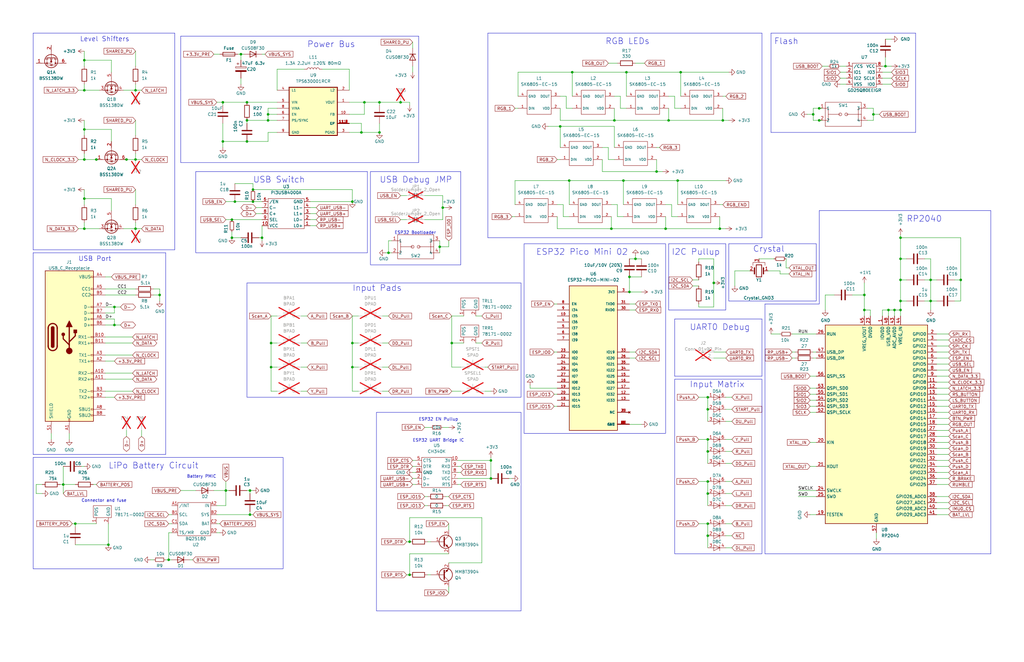
<source format=kicad_sch>
(kicad_sch (version 20230121) (generator eeschema)
  (paper "B")
  (title_block (title "SuperGamepad+") (date "2019-12-18") (rev "0.1") (company "Retro Playground"))
  (junction (at 298.45 167.64))
  (junction (at 373.38 27.94))
  (junction (at 104.14 50.8))
  (junction (at 364.49 124.46))
  (junction (at 148.59 154.94))
  (junction (at 298.45 190.5))
  (junction (at 48.26 129.54))
  (junction (at 35.56 38.1))
  (junction (at 99.06 85.09))
  (junction (at 57.15 38.1))
  (junction (at 345.44 45.72))
  (junction (at 190.5 144.78))
  (junction (at 392.43 118.11))
  (junction (at 285.75 76.2))
  (junction (at 276.86 72.39))
  (junction (at 35.56 25.4))
  (junction (at 240.03 76.2))
  (junction (at 186.69 87.63))
  (junction (at 298.45 220.98))
  (junction (at 379.73 118.11))
  (junction (at 71.12 236.22))
  (junction (at 379.73 100.33))
  (junction (at 31.75 220.98))
  (junction (at 113.03 48.26))
  (junction (at 152.4 55.88))
  (junction (at 106.68 85.09))
  (junction (at 298.45 185.42))
  (junction (at 257.81 96.52))
  (junction (at 57.15 67.31))
  (junction (at 298.45 172.72))
  (junction (at 364.49 130.81))
  (junction (at 236.22 53.34))
  (junction (at 374.65 130.81))
  (junction (at 379.73 109.22))
  (junction (at 392.43 127))
  (junction (at 379.73 130.81))
  (junction (at 48.26 137.16))
  (junction (at 298.45 203.2))
  (junction (at 110.49 100.33))
  (junction (at 95.25 207.01))
  (junction (at 40.64 67.31))
  (junction (at 35.56 96.52))
  (junction (at 172.72 228.6))
  (junction (at 207.01 201.93))
  (junction (at 267.97 109.22))
  (junction (at 280.67 96.52))
  (junction (at 148.59 85.09))
  (junction (at 160.02 55.88))
  (junction (at 163.83 106.68))
  (junction (at 26.67 204.47))
  (junction (at 259.08 50.8))
  (junction (at 287.02 30.48))
  (junction (at 342.9 48.26))
  (junction (at 114.3 144.78))
  (junction (at 97.79 92.71))
  (junction (at 262.89 76.2))
  (junction (at 265.43 116.84))
  (junction (at 298.45 208.28))
  (junction (at 93.98 59.69))
  (junction (at 368.3 48.26))
  (junction (at 160.02 43.18))
  (junction (at 377.19 130.81))
  (junction (at 153.67 43.18))
  (junction (at 168.91 43.18))
  (junction (at 97.79 100.33))
  (junction (at 345.44 50.8))
  (junction (at 379.73 127))
  (junction (at 35.56 67.31))
  (junction (at 300.99 119.38))
  (junction (at 265.43 123.19))
  (junction (at 172.72 242.57))
  (junction (at 45.72 229.87))
  (junction (at 281.94 50.8))
  (junction (at 57.15 96.52))
  (junction (at 35.56 83.82))
  (junction (at 405.13 118.11))
  (junction (at 104.14 59.69))
  (junction (at 148.59 144.78))
  (junction (at 35.56 54.61))
  (junction (at 104.14 43.18))
  (junction (at 101.6 22.86))
  (junction (at 114.3 154.94))
  (junction (at 53.34 67.31))
  (junction (at 241.3 30.48))
  (junction (at 303.53 96.52))
  (junction (at 105.41 217.17))
  (junction (at 93.98 43.18))
  (junction (at 106.68 80.01))
  (junction (at 304.8 50.8))
  (junction (at 185.42 104.14))
  (junction (at 67.31 124.46))
  (junction (at 264.16 30.48))
  (junction (at 105.41 207.01))
  (junction (at 298.45 226.06))
  (junction (at 207.01 194.31))
  (junction (at 113.03 50.8))
  (polyline (pts (xy 13.97 13.97) (xy 13.97 105.41)))
  (wire (pts (xy 95.25 203.2) (xy 95.25 207.01)))
  (wire (pts (xy 48.26 129.54) (xy 50.8 129.54)))
  (wire (pts (xy 405.13 118.11) (xy 405.13 127)))
  (wire (pts (xy 160.02 43.18) (xy 160.02 44.45)))
  (wire (pts (xy 394.97 184.15) (xy 400.05 184.15)))
  (wire (pts (xy 372.11 35.56) (xy 375.92 35.56)))
  (wire (pts (xy 346.71 27.94) (xy 349.25 27.94)))
  (wire (pts (xy 259.08 53.34) (xy 236.22 53.34)))
  (wire (pts (xy 306.07 208.28) (xy 308.61 208.28)))
  (polyline (pts (xy 322.58 128.27) (xy 322.58 233.68)))
  (wire (pts (xy 180.34 242.57) (xy 181.61 242.57)))
  (wire (pts (xy 342.9 45.72) (xy 342.9 48.26)))
  (wire (pts (xy 328.93 115.57) (xy 332.74 115.57)))
  (wire (pts (xy 394.97 168.91) (xy 400.05 168.91)))
  (wire (pts (xy 369.57 224.79) (xy 369.57 227.33)))
  (polyline (pts (xy 76.2 38.1) (xy 76.2 15.24)))
  (wire (pts (xy 262.89 76.2) (xy 285.75 76.2)))
  (wire (pts (xy 29.21 182.88) (xy 29.21 185.42)))
  (wire (pts (xy 93.98 59.69) (xy 104.14 59.69)))
  (wire (pts (xy 41.91 67.31) (xy 40.64 67.31)))
  (wire (pts (xy 294.64 109.22) (xy 300.99 109.22)))
  (wire (pts (xy 218.44 30.48) (xy 241.3 30.48)))
  (wire (pts (xy 52.07 96.52) (xy 57.15 96.52)))
  (wire (pts (xy 218.44 40.64) (xy 218.44 30.48)))
  (wire (pts (xy 309.88 114.3) (xy 316.23 114.3)))
  (polyline (pts (xy 73.66 13.97) (xy 73.66 105.41)))
  (wire (pts (xy 306.07 213.36) (xy 308.61 213.36)))
  (wire (pts (xy 46.99 54.61) (xy 35.56 54.61)))
  (wire (pts (xy 394.97 212.09) (xy 400.05 212.09)))
  (wire (pts (xy 264.16 30.48) (xy 264.16 40.64)))
  (wire (pts (xy 151.13 154.94) (xy 148.59 154.94)))
  (wire (pts (xy 267.97 26.67) (xy 271.78 26.67)))
  (wire (pts (xy 335.28 148.59) (xy 334.01 148.59)))
  (wire (pts (xy 46.99 83.82) (xy 35.56 83.82)))
  (wire (pts (xy 234.95 96.52) (xy 234.95 91.44)))
  (wire (pts (xy 48.26 137.16) (xy 50.8 137.16)))
  (wire (pts (xy 127 133.35) (xy 129.54 133.35)))
  (wire (pts (xy 344.17 207.01) (xy 336.55 207.01)))
  (wire (pts (xy 30.48 220.98) (xy 31.75 220.98)))
  (wire (pts (xy 44.45 116.84) (xy 46.99 116.84)))
  (wire (pts (xy 64.77 124.46) (xy 67.31 124.46)))
  (wire (pts (xy 394.97 176.53) (xy 400.05 176.53)))
  (wire (pts (xy 344.17 151.13) (xy 342.9 151.13)))
  (wire (pts (xy 99.06 77.47) (xy 106.68 77.47)))
  (wire (pts (xy 306.07 226.06) (xy 308.61 226.06)))
  (wire (pts (xy 240.03 76.2) (xy 240.03 86.36)))
  (polyline (pts (xy 13.97 13.97) (xy 73.66 13.97)))
  (wire (pts (xy 298.45 167.64) (xy 294.64 167.64)))
  (wire (pts (xy 105.41 215.9) (xy 105.41 217.17)))
  (wire (pts (xy 261.62 45.72) (xy 264.16 45.72)))
  (polyline (pts (xy 69.85 106.68) (xy 69.85 191.77)))
  (wire (pts (xy 130.81 90.17) (xy 133.35 90.17)))
  (polyline (pts (xy 344.17 127) (xy 307.34 127)))
  (wire (pts (xy 354.33 33.02) (xy 356.87 33.02)))
  (wire (pts (xy 345.44 50.8) (xy 342.9 50.8)))
  (wire (pts (xy 179.07 92.71) (xy 186.69 92.71)))
  (polyline (pts (xy 284.48 134.62) (xy 284.48 158.75)))
  (wire (pts (xy 44.45 165.1) (xy 55.88 165.1)))
  (wire (pts (xy 379.73 127) (xy 379.73 130.81)))
  (wire (pts (xy 372.11 27.94) (xy 373.38 27.94)))
  (wire (pts (xy 109.22 100.33) (xy 110.49 100.33)))
  (wire (pts (xy 91.44 43.18) (xy 93.98 43.18)))
  (wire (pts (xy 45.72 220.98) (xy 45.72 229.87)))
  (wire (pts (xy 267.97 109.22) (xy 270.51 109.22)))
  (wire (pts (xy 35.56 50.8) (xy 35.56 54.61)))
  (wire (pts (xy 193.04 204.47) (xy 194.31 204.47)))
  (wire (pts (xy 394.97 151.13) (xy 400.05 151.13)))
  (wire (pts (xy 44.45 124.46) (xy 57.15 124.46)))
  (wire (pts (xy 280.67 96.52) (xy 257.81 96.52)))
  (wire (pts (xy 93.98 43.18) (xy 104.14 43.18)))
  (wire (pts (xy 147.32 48.26) (xy 153.67 48.26)))
  (wire (pts (xy 394.97 148.59) (xy 400.05 148.59)))
  (polyline (pts (xy 69.85 191.77) (xy 13.97 191.77)))
  (wire (pts (xy 323.85 114.3) (xy 328.93 114.3)))
  (wire (pts (xy 93.98 52.07) (xy 93.98 59.69)))
  (wire (pts (xy 71.12 236.22) (xy 72.39 236.22)))
  (wire (pts (xy 346.71 45.72) (xy 345.44 45.72)))
  (wire (pts (xy 104.14 50.8) (xy 104.14 52.07)))
  (wire (pts (xy 394.97 209.55) (xy 400.05 209.55)))
  (wire (pts (xy 35.56 21.59) (xy 35.56 25.4)))
  (wire (pts (xy 104.14 207.01) (xy 105.41 207.01)))
  (wire (pts (xy 71.12 220.98) (xy 72.39 220.98)))
  (wire (pts (xy 171.45 228.6) (xy 172.72 228.6)))
  (wire (pts (xy 394.97 166.37) (xy 400.05 166.37)))
  (wire (pts (xy 152.4 52.07) (xy 152.4 55.88)))
  (wire (pts (xy 342.9 50.8) (xy 342.9 48.26)))
  (wire (pts (xy 233.68 128.27) (xy 234.95 128.27)))
  (wire (pts (xy 193.04 199.39) (xy 194.31 199.39)))
  (wire (pts (xy 17.78 208.28) (xy 15.24 208.28)))
  (wire (pts (xy 99.06 85.09) (xy 106.68 85.09)))
  (wire (pts (xy 354.33 30.48) (xy 356.87 30.48)))
  (wire (pts (xy 57.15 50.8) (xy 57.15 57.15)))
  (wire (pts (xy 95.25 92.71) (xy 97.79 92.71)))
  (polyline (pts (xy 321.31 158.75) (xy 321.31 134.62)))
  (wire (pts (xy 179.07 180.34) (xy 181.61 180.34)))
  (wire (pts (xy 368.3 50.8) (xy 368.3 48.26)))
  (wire (pts (xy 207.01 193.04) (xy 207.01 194.31)))
  (wire (pts (xy 364.49 119.38) (xy 364.49 124.46)))
  (wire (pts (xy 147.32 55.88) (xy 152.4 55.88)))
  (wire (pts (xy 394.97 171.45) (xy 400.05 171.45)))
  (wire (pts (xy 35.56 67.31) (xy 35.56 64.77)))
  (polyline (pts (xy 284.48 158.75) (xy 321.31 158.75)))
  (wire (pts (xy 237.49 86.36) (xy 237.49 91.44)))
  (wire (pts (xy 44.45 157.48) (xy 55.88 157.48)))
  (polyline (pts (xy 205.74 13.97) (xy 205.74 100.33)))
  (wire (pts (xy 294.64 129.54) (xy 300.99 129.54)))
  (wire (pts (xy 113.03 50.8) (xy 113.03 48.26)))
  (polyline (pts (xy 307.34 102.87) (xy 344.17 102.87)))
  (wire (pts (xy 100.33 22.86) (xy 101.6 22.86)))
  (wire (pts (xy 185.42 104.14) (xy 189.23 104.14)))
  (wire (pts (xy 97.79 100.33) (xy 101.6 100.33)))
  (wire (pts (xy 101.6 35.56) (xy 101.6 33.02)))
  (wire (pts (xy 389.89 118.11) (xy 392.43 118.11)))
  (wire (pts (xy 193.04 201.93) (xy 207.01 201.93)))
  (wire (pts (xy 147.32 52.07) (xy 152.4 52.07)))
  (wire (pts (xy 306.07 177.8) (xy 308.61 177.8)))
  (wire (pts (xy 48.26 132.08) (xy 48.26 129.54)))
  (wire (pts (xy 44.45 134.62) (xy 48.26 134.62)))
  (wire (pts (xy 179.07 209.55) (xy 180.34 209.55)))
  (wire (pts (xy 57.15 67.31) (xy 57.15 64.77)))
  (wire (pts (xy 127 144.78) (xy 129.54 144.78)))
  (wire (pts (xy 97.79 97.79) (xy 97.79 100.33)))
  (wire (pts (xy 168.91 43.18) (xy 172.72 43.18)))
  (wire (pts (xy 260.35 86.36) (xy 260.35 91.44)))
  (wire (pts (xy 67.31 124.46) (xy 67.31 127)))
  (polyline (pts (xy 325.12 13.97) (xy 386.08 13.97)))
  (wire (pts (xy 59.69 181.61) (xy 59.69 184.15)))
  (wire (pts (xy 180.34 228.6) (xy 181.61 228.6)))
  (wire (pts (xy 394.97 186.69) (xy 400.05 186.69)))
  (polyline (pts (xy 345.44 88.9) (xy 345.44 128.27)))
  (wire (pts (xy 48.26 134.62) (xy 48.26 137.16)))
  (wire (pts (xy 345.44 45.72) (xy 342.9 45.72)))
  (wire (pts (xy 392.43 109.22) (xy 392.43 118.11)))
  (wire (pts (xy 190.5 165.1) (xy 194.31 165.1)))
  (wire (pts (xy 26.67 204.47) (xy 31.75 204.47)))
  (wire (pts (xy 304.8 40.64) (xy 306.07 40.64)))
  (wire (pts (xy 179.07 213.36) (xy 180.34 213.36)))
  (wire (pts (xy 300.99 148.59) (xy 306.07 148.59)))
  (wire (pts (xy 331.47 113.03) (xy 332.74 113.03)))
  (wire (pts (xy 148.59 133.35) (xy 151.13 133.35)))
  (wire (pts (xy 292.1 118.11) (xy 294.64 118.11)))
  (wire (pts (xy 241.3 30.48) (xy 241.3 40.64)))
  (wire (pts (xy 189.23 104.14) (xy 189.23 101.6)))
  (wire (pts (xy 233.68 171.45) (xy 234.95 171.45)))
  (wire (pts (xy 394.97 189.23) (xy 400.05 189.23)))
  (wire (pts (xy 15.24 208.28) (xy 15.24 204.47)))
  (wire (pts (xy 241.3 30.48) (xy 264.16 30.48)))
  (wire (pts (xy 320.04 109.22) (xy 326.39 109.22)))
  (wire (pts (xy 285.75 76.2) (xy 306.07 76.2)))
  (wire (pts (xy 341.63 168.91) (xy 344.17 168.91)))
  (wire (pts (xy 130.81 95.25) (xy 133.35 95.25)))
  (wire (pts (xy 351.79 124.46) (xy 347.98 124.46)))
  (wire (pts (xy 234.95 163.83) (xy 223.52 163.83)))
  (wire (pts (xy 341.63 171.45) (xy 344.17 171.45)))
  (wire (pts (xy 127 165.1) (xy 129.54 165.1)))
  (wire (pts (xy 57.15 96.52) (xy 57.15 93.98)))
  (wire (pts (xy 185.42 101.6) (xy 185.42 104.14)))
  (wire (pts (xy 91.44 217.17) (xy 105.41 217.17)))
  (wire (pts (xy 379.73 127) (xy 382.27 127)))
  (wire (pts (xy 71.12 217.17) (xy 72.39 217.17)))
  (wire (pts (xy 392.43 127) (xy 392.43 130.81)))
  (wire (pts (xy 189.23 237.49) (xy 203.2 237.49)))
  (wire (pts (xy 341.63 217.17) (xy 344.17 217.17)))
  (wire (pts (xy 405.13 100.33) (xy 405.13 118.11)))
  (wire (pts (xy 53.34 67.31) (xy 57.15 67.31)))
  (wire (pts (xy 265.43 116.84) (xy 270.51 116.84)))
  (wire (pts (xy 168.91 82.55) (xy 171.45 82.55)))
  (wire (pts (xy 204.47 154.94) (xy 205.74 154.94)))
  (wire (pts (xy 233.68 148.59) (xy 234.95 148.59)))
  (wire (pts (xy 306.07 231.14) (xy 308.61 231.14)))
  (wire (pts (xy 260.35 91.44) (xy 262.89 91.44)))
  (wire (pts (xy 394.97 158.75) (xy 400.05 158.75)))
  (wire (pts (xy 341.63 173.99) (xy 344.17 173.99)))
  (wire (pts (xy 214.63 201.93) (xy 215.9 201.93)))
  (wire (pts (xy 106.68 85.09) (xy 110.49 85.09)))
  (wire (pts (xy 215.9 91.44) (xy 217.17 91.44)))
  (wire (pts (xy 389.89 109.22) (xy 392.43 109.22)))
  (wire (pts (xy 347.98 124.46) (xy 347.98 130.81)))
  (wire (pts (xy 57.15 38.1) (xy 57.15 35.56)))
  (wire (pts (xy 153.67 43.18) (xy 160.02 43.18)))
  (wire (pts (xy 76.2 207.01) (xy 82.55 207.01)))
  (wire (pts (xy 97.79 92.71) (xy 110.49 92.71)))
  (wire (pts (xy 394.97 196.85) (xy 400.05 196.85)))
  (wire (pts (xy 373.38 24.13) (xy 373.38 27.94)))
  (wire (pts (xy 280.67 96.52) (xy 280.67 91.44)))
  (wire (pts (xy 116.84 48.26) (xy 113.03 48.26)))
  (wire (pts (xy 41.91 96.52) (xy 35.56 96.52)))
  (wire (pts (xy 298.45 177.8) (xy 298.45 172.72)))
  (wire (pts (xy 354.33 27.94) (xy 356.87 27.94)))
  (wire (pts (xy 300.99 109.22) (xy 300.99 119.38)))
  (wire (pts (xy 104.14 59.69) (xy 113.03 59.69)))
  (wire (pts (xy 303.53 86.36) (xy 304.8 86.36)))
  (wire (pts (xy 44.45 132.08) (xy 48.26 132.08)))
  (wire (pts (xy 148.59 165.1) (xy 148.59 154.94)))
  (wire (pts (xy 281.94 40.64) (xy 284.48 40.64)))
  (wire (pts (xy 405.13 100.33) (xy 379.73 100.33)))
  (polyline (pts (xy 321.31 13.97) (xy 321.31 100.33)))
  (wire (pts (xy 217.17 45.72) (xy 218.44 45.72)))
  (polyline (pts (xy 307.34 102.87) (xy 307.34 127)))
  (wire (pts (xy 394.97 140.97) (xy 400.05 140.97)))
  (wire (pts (xy 254 67.31) (xy 254 72.39)))
  (wire (pts (xy 254 72.39) (xy 276.86 72.39)))
  (wire (pts (xy 116.84 165.1) (xy 114.3 165.1)))
  (wire (pts (xy 379.73 109.22) (xy 379.73 118.11)))
  (wire (pts (xy 374.65 130.81) (xy 377.19 130.81)))
  (polyline (pts (xy 73.66 105.41) (xy 13.97 105.41)))
  (wire (pts (xy 71.12 224.79) (xy 71.12 236.22)))
  (wire (pts (xy 186.69 180.34) (xy 189.23 180.34)))
  (wire (pts (xy 374.65 130.81) (xy 374.65 133.35)))
  (wire (pts (xy 57.15 38.1) (xy 59.69 38.1)))
  (wire (pts (xy 33.02 96.52) (xy 35.56 96.52)))
  (wire (pts (xy 379.73 118.11) (xy 379.73 127)))
  (wire (pts (xy 392.43 118.11) (xy 392.43 127)))
  (wire (pts (xy 394.97 179.07) (xy 400.05 179.07)))
  (wire (pts (xy 113.03 55.88) (xy 116.84 55.88)))
  (wire (pts (xy 127 154.94) (xy 129.54 154.94)))
  (wire (pts (xy 265.43 109.22) (xy 267.97 109.22)))
  (wire (pts (xy 306.07 167.64) (xy 308.61 167.64)))
  (polyline (pts (xy 386.08 55.88) (xy 325.12 55.88)))
  (wire (pts (xy 151.13 144.78) (xy 148.59 144.78)))
  (wire (pts (xy 223.52 163.83) (xy 223.52 162.56)))
  (wire (pts (xy 171.45 242.57) (xy 172.72 242.57)))
  (wire (pts (xy 300.99 129.54) (xy 300.99 119.38)))
  (wire (pts (xy 379.73 99.06) (xy 379.73 100.33)))
  (wire (pts (xy 394.97 181.61) (xy 400.05 181.61)))
  (wire (pts (xy 394.97 214.63) (xy 400.05 214.63)))
  (wire (pts (xy 344.17 209.55) (xy 336.55 209.55)))
  (wire (pts (xy 283.21 91.44) (xy 285.75 91.44)))
  (wire (pts (xy 341.63 186.69) (xy 344.17 186.69)))
  (wire (pts (xy 238.76 45.72) (xy 241.3 45.72)))
  (wire (pts (xy 203.2 218.44) (xy 172.72 218.44)))
  (wire (pts (xy 107.95 90.17) (xy 110.49 90.17)))
  (wire (pts (xy 364.49 130.81) (xy 364.49 133.35)))
  (wire (pts (xy 259.08 50.8) (xy 236.22 50.8)))
  (wire (pts (xy 257.81 96.52) (xy 234.95 96.52)))
  (wire (pts (xy 306.07 220.98) (xy 308.61 220.98)))
  (wire (pts (xy 238.76 40.64) (xy 238.76 45.72)))
  (wire (pts (xy 328.93 114.3) (xy 328.93 115.57)))
  (wire (pts (xy 265.43 148.59) (xy 267.97 148.59)))
  (wire (pts (xy 101.6 25.4) (xy 101.6 22.86)))
  (wire (pts (xy 344.17 148.59) (xy 342.9 148.59)))
  (wire (pts (xy 405.13 127) (xy 402.59 127)))
  (wire (pts (xy 33.02 38.1) (xy 35.56 38.1)))
  (wire (pts (xy 44.45 152.4) (xy 48.26 152.4)))
  (wire (pts (xy 306.07 172.72) (xy 308.61 172.72)))
  (wire (pts (xy 189.23 247.65) (xy 189.23 250.19)))
  (wire (pts (xy 294.64 128.27) (xy 294.64 129.54)))
  (wire (pts (xy 165.1 101.6) (xy 163.83 101.6)))
  (wire (pts (xy 294.64 220.98) (xy 298.45 220.98)))
  (wire (pts (xy 217.17 76.2) (xy 240.03 76.2)))
  (wire (pts (xy 394.97 217.17) (xy 400.05 217.17)))
  (wire (pts (xy 152.4 55.88) (xy 160.02 55.88)))
  (wire (pts (xy 256.54 67.31) (xy 259.08 67.31)))
  (wire (pts (xy 26.67 204.47) (xy 25.4 204.47)))
  (wire (pts (xy 173.99 199.39) (xy 175.26 199.39)))
  (wire (pts (xy 57.15 21.59) (xy 57.15 27.94)))
  (wire (pts (xy 44.45 129.54) (xy 48.26 129.54)))
  (wire (pts (xy 130.81 92.71) (xy 133.35 92.71)))
  (wire (pts (xy 306.07 195.58) (xy 308.61 195.58)))
  (wire (pts (xy 373.38 27.94) (xy 375.92 27.94)))
  (wire (pts (xy 107.95 87.63) (xy 110.49 87.63)))
  (wire (pts (xy 40.64 67.31) (xy 35.56 67.31)))
  (wire (pts (xy 44.45 160.02) (xy 55.88 160.02)))
  (wire (pts (xy 402.59 118.11) (xy 405.13 118.11)))
  (wire (pts (xy 373.38 16.51) (xy 375.92 16.51)))
  (wire (pts (xy 44.45 167.64) (xy 48.26 167.64)))
  (wire (pts (xy 306.07 190.5) (xy 308.61 190.5)))
  (wire (pts (xy 26.67 208.28) (xy 26.67 204.47)))
  (wire (pts (xy 298.45 208.28) (xy 298.45 203.2)))
  (wire (pts (xy 300.99 151.13) (xy 306.07 151.13)))
  (wire (pts (xy 110.49 100.33) (xy 110.49 101.6)))
  (wire (pts (xy 261.62 40.64) (xy 261.62 45.72)))
  (wire (pts (xy 372.11 130.81) (xy 374.65 130.81)))
  (wire (pts (xy 207.01 201.93) (xy 207.01 194.31)))
  (wire (pts (xy 31.75 229.87) (xy 45.72 229.87)))
  (wire (pts (xy 106.68 207.01) (xy 105.41 207.01)))
  (polyline (pts (xy 386.08 13.97) (xy 386.08 55.88)))
  (wire (pts (xy 341.63 166.37) (xy 344.17 166.37)))
  (wire (pts (xy 234.95 86.36) (xy 237.49 86.36)))
  (wire (pts (xy 233.68 166.37) (xy 234.95 166.37)))
  (wire (pts (xy 116.84 45.72) (xy 113.03 45.72)))
  (wire (pts (xy 67.31 121.92) (xy 67.31 124.46)))
  (wire (pts (xy 114.3 154.94) (xy 114.3 144.78)))
  (wire (pts (xy 234.95 67.31) (xy 236.22 67.31)))
  (wire (pts (xy 195.58 144.78) (xy 190.5 144.78)))
  (wire (pts (xy 189.23 220.98) (xy 189.23 223.52)))
  (wire (pts (xy 163.83 101.6) (xy 163.83 106.68)))
  (wire (pts (xy 259.08 40.64) (xy 261.62 40.64)))
  (wire (pts (xy 71.12 236.22) (xy 69.85 236.22)))
  (wire (pts (xy 95.25 85.09) (xy 99.06 85.09)))
  (wire (pts (xy 256.54 26.67) (xy 260.35 26.67)))
  (wire (pts (xy 257.81 86.36) (xy 260.35 86.36)))
  (wire (pts (xy 281.94 50.8) (xy 281.94 45.72)))
  (wire (pts (xy 281.94 50.8) (xy 259.08 50.8)))
  (wire (pts (xy 173.99 27.94) (xy 173.99 30.48)))
  (wire (pts (xy 394.97 163.83) (xy 400.05 163.83)))
  (polyline (pts (xy 322.58 128.27) (xy 345.44 128.27)))
  (wire (pts (xy 31.75 220.98) (xy 40.64 220.98)))
  (wire (pts (xy 72.39 224.79) (xy 71.12 224.79)))
  (wire (pts (xy 190.5 144.78) (xy 190.5 133.35)))
  (wire (pts (xy 298.45 208.28) (xy 298.45 213.36)))
  (polyline (pts (xy 13.97 106.68) (xy 69.85 106.68)))
  (wire (pts (xy 173.99 196.85) (xy 175.26 196.85)))
  (wire (pts (xy 186.69 92.71) (xy 186.69 87.63)))
  (wire (pts (xy 91.44 213.36) (xy 95.25 213.36)))
  (wire (pts (xy 306.07 203.2) (xy 308.61 203.2)))
  (wire (pts (xy 35.56 38.1) (xy 35.56 35.56)))
  (wire (pts (xy 394.97 153.67) (xy 400.05 153.67)))
  (polyline (pts (xy 321.31 100.33) (xy 205.74 100.33)))
  (wire (pts (xy 39.37 204.47) (xy 40.64 204.47)))
  (wire (pts (xy 276.86 62.23) (xy 278.13 62.23)))
  (wire (pts (xy 161.29 133.35) (xy 163.83 133.35)))
  (wire (pts (xy 236.22 50.8) (xy 236.22 45.72)))
  (wire (pts (xy 114.3 144.78) (xy 114.3 133.35)))
  (wire (pts (xy 114.3 165.1) (xy 114.3 154.94)))
  (wire (pts (xy 26.67 196.85) (xy 26.67 204.47)))
  (wire (pts (xy 379.73 130.81) (xy 379.73 133.35)))
  (wire (pts (xy 64.77 121.92) (xy 67.31 121.92)))
  (wire (pts (xy 284.48 40.64) (xy 284.48 45.72)))
  (wire (pts (xy 116.84 154.94) (xy 114.3 154.94)))
  (wire (pts (xy 116.84 38.1) (xy 116.84 29.21)))
  (wire (pts (xy 298.45 172.72) (xy 298.45 167.64)))
  (wire (pts (xy 394.97 194.31) (xy 400.05 194.31)))
  (wire (pts (xy 110.49 95.25) (xy 110.49 100.33)))
  (wire (pts (xy 148.59 144.78) (xy 148.59 133.35)))
  (wire (pts (xy 189.23 233.68) (xy 172.72 233.68)))
  (wire (pts (xy 280.67 86.36) (xy 283.21 86.36)))
  (wire (pts (xy 377.19 130.81) (xy 379.73 130.81)))
  (wire (pts (xy 130.81 87.63) (xy 133.35 87.63)))
  (wire (pts (xy 193.04 196.85) (xy 194.31 196.85)))
  (wire (pts (xy 105.41 207.01) (xy 105.41 208.28)))
  (wire (pts (xy 346.71 50.8) (xy 345.44 50.8)))
  (wire (pts (xy 200.66 144.78) (xy 203.2 144.78)))
  (wire (pts (xy 187.96 209.55) (xy 189.23 209.55)))
  (wire (pts (xy 113.03 48.26) (xy 113.03 45.72)))
  (wire (pts (xy 365.76 45.72) (xy 368.3 45.72)))
  (wire (pts (xy 35.56 80.01) (xy 35.56 83.82)))
  (wire (pts (xy 306.07 96.52) (xy 303.53 96.52)))
  (wire (pts (xy 257.81 96.52) (xy 257.81 91.44)))
  (wire (pts (xy 382.27 109.22) (xy 379.73 109.22)))
  (wire (pts (xy 392.43 127) (xy 389.89 127)))
  (wire (pts (xy 173.99 204.47) (xy 175.26 204.47)))
  (wire (pts (xy 148.59 154.94) (xy 148.59 144.78)))
  (wire (pts (xy 394.97 204.47) (xy 400.05 204.47)))
  (wire (pts (xy 200.66 133.35) (xy 203.2 133.35)))
  (wire (pts (xy 57.15 80.01) (xy 57.15 86.36)))
  (wire (pts (xy 46.99 88.9) (xy 46.99 83.82)))
  (wire (pts (xy 303.53 96.52) (xy 280.67 96.52)))
  (wire (pts (xy 394.97 146.05) (xy 400.05 146.05)))
  (wire (pts (xy 265.43 128.27) (xy 267.97 128.27)))
  (wire (pts (xy 394.97 201.93) (xy 400.05 201.93)))
  (polyline (pts (xy 176.53 68.58) (xy 76.2 68.58)))
  (wire (pts (xy 298.45 190.5) (xy 298.45 185.42)))
  (wire (pts (xy 264.16 30.48) (xy 287.02 30.48)))
  (wire (pts (xy 372.11 33.02) (xy 375.92 33.02)))
  (wire (pts (xy 231.14 53.34) (xy 236.22 53.34)))
  (wire (pts (xy 46.99 59.69) (xy 46.99 54.61)))
  (wire (pts (xy 95.25 207.01) (xy 96.52 207.01)))
  (wire (pts (xy 265.43 151.13) (xy 267.97 151.13)))
  (wire (pts (xy 294.64 110.49) (xy 294.64 109.22)))
  (wire (pts (xy 52.07 38.1) (xy 57.15 38.1)))
  (polyline (pts (xy 417.83 88.9) (xy 345.44 88.9)))
  (wire (pts (xy 368.3 45.72) (xy 368.3 48.26)))
  (wire (pts (xy 101.6 22.86) (xy 102.87 22.86)))
  (wire (pts (xy 173.99 201.93) (xy 175.26 201.93)))
  (wire (pts (xy 284.48 45.72) (xy 287.02 45.72)))
  (wire (pts (xy 364.49 124.46) (xy 364.49 130.81)))
  (wire (pts (xy 90.17 207.01) (xy 95.25 207.01)))
  (wire (pts (xy 394.97 199.39) (xy 400.05 199.39)))
  (wire (pts (xy 364.49 130.81) (xy 367.03 130.81)))
  (wire (pts (xy 148.59 80.01) (xy 148.59 85.09)))
  (wire (pts (xy 303.53 96.52) (xy 303.53 91.44)))
  (wire (pts (xy 90.17 22.86) (xy 92.71 22.86)))
  (polyline (pts (xy 76.2 38.1) (xy 76.2 68.58)))
  (wire (pts (xy 372.11 30.48) (xy 375.92 30.48)))
  (wire (pts (xy 194.31 154.94) (xy 190.5 154.94)))
  (wire (pts (xy 173.99 17.78) (xy 173.99 20.32)))
  (polyline (pts (xy 321.31 134.62) (xy 284.48 134.62)))
  (wire (pts (xy 354.33 35.56) (xy 356.87 35.56)))
  (wire (pts (xy 254 62.23) (xy 256.54 62.23)))
  (wire (pts (xy 265.43 123.19) (xy 270.51 123.19)))
  (wire (pts (xy 21.59 182.88) (xy 21.59 185.42)))
  (wire (pts (xy 44.45 121.92) (xy 57.15 121.92)))
  (wire (pts (xy 186.69 87.63) (xy 187.96 87.63)))
  (wire (pts (xy 35.56 96.52) (xy 35.56 93.98)))
  (wire (pts (xy 236.22 40.64) (xy 238.76 40.64)))
  (wire (pts (xy 294.64 203.2) (xy 298.45 203.2)))
  (wire (pts (xy 335.28 151.13) (xy 334.01 151.13)))
  (wire (pts (xy 325.12 140.97) (xy 328.93 140.97)))
  (wire (pts (xy 44.45 144.78) (xy 55.88 144.78)))
  (wire (pts (xy 259.08 50.8) (xy 259.08 45.72)))
  (wire (pts (xy 160.02 52.07) (xy 160.02 55.88)))
  (wire (pts (xy 44.45 149.86) (xy 55.88 149.86)))
  (wire (pts (xy 256.54 62.23) (xy 256.54 67.31)))
  (wire (pts (xy 259.08 62.23) (xy 259.08 53.34)))
  (wire (pts (xy 135.89 29.21) (xy 147.32 29.21)))
  (wire (pts (xy 106.68 80.01) (xy 148.59 80.01)))
  (wire (pts (xy 95.25 207.01) (xy 95.25 213.36)))
  (wire (pts (xy 203.2 237.49) (xy 203.2 218.44)))
  (wire (pts (xy 53.34 181.61) (xy 53.34 184.15)))
  (wire (pts (xy 298.45 190.5) (xy 298.45 195.58)))
  (polyline (pts (xy 322.58 233.68) (xy 417.83 233.68)))
  (wire (pts (xy 172.72 43.18) (xy 172.72 44.45)))
  (wire (pts (xy 104.14 43.18) (xy 116.84 43.18)))
  (wire (pts (xy 372.11 133.35) (xy 372.11 130.81)))
  (wire (pts (xy 285.75 76.2) (xy 285.75 86.36)))
  (wire (pts (xy 265.43 179.07) (xy 270.51 179.07)))
  (wire (pts (xy 392.43 118.11) (xy 394.97 118.11)))
  (wire (pts (xy 304.8 50.8) (xy 281.94 50.8)))
  (wire (pts (xy 116.84 50.8) (xy 113.03 50.8)))
  (wire (pts (xy 365.76 50.8) (xy 368.3 50.8)))
  (wire (pts (xy 153.67 48.26) (xy 153.67 43.18)))
  (wire (pts (xy 15.24 204.47) (xy 17.78 204.47)))
  (wire (pts (xy 394.97 161.29) (xy 400.05 161.29)))
  (wire (pts (xy 341.63 158.75) (xy 344.17 158.75)))
  (wire (pts (xy 392.43 127) (xy 394.97 127)))
  (wire (pts (xy 57.15 67.31) (xy 59.69 67.31)))
  (wire (pts (xy 298.45 231.14) (xy 298.45 226.06)))
  (wire (pts (xy 307.34 50.8) (xy 304.8 50.8)))
  (wire (pts (xy 113.03 59.69) (xy 113.03 55.88)))
  (wire (pts (xy 265.43 116.84) (xy 265.43 123.19)))
  (wire (pts (xy 377.19 130.81) (xy 377.19 133.35)))
  (wire (pts (xy 52.07 67.31) (xy 53.34 67.31)))
  (polyline (pts (xy 176.53 15.24) (xy 176.53 68.58)))
  (wire (pts (xy 190.5 133.35) (xy 195.58 133.35)))
  (wire (pts (xy 35.56 83.82) (xy 35.56 86.36)))
  (polyline (pts (xy 13.97 106.68) (xy 13.97 191.77)))
  (wire (pts (xy 163.83 106.68) (xy 165.1 106.68)))
  (wire (pts (xy 331.47 109.22) (xy 331.47 113.03)))
  (wire (pts (xy 276.86 72.39) (xy 279.4 72.39)))
  (wire (pts (xy 168.91 92.71) (xy 171.45 92.71)))
  (wire (pts (xy 179.07 82.55) (xy 186.69 82.55)))
  (wire (pts (xy 110.49 22.86) (xy 111.76 22.86)))
  (wire (pts (xy 283.21 86.36) (xy 283.21 91.44)))
  (wire (pts (xy 340.36 48.26) (xy 342.9 48.26)))
  (wire (pts (xy 91.44 220.98) (xy 92.71 220.98)))
  (wire (pts (xy 267.97 109.22) (xy 267.97 107.95)))
  (wire (pts (xy 368.3 48.26) (xy 370.84 48.26)))
  (wire (pts (xy 309.88 114.3) (xy 309.88 120.65)))
  (wire (pts (xy 161.29 154.94) (xy 163.83 154.94)))
  (wire (pts (xy 44.45 142.24) (xy 55.88 142.24)))
  (wire (pts (xy 46.99 30.48) (xy 46.99 25.4)))
  (wire (pts (xy 237.49 91.44) (xy 240.03 91.44)))
  (wire (pts (xy 172.72 218.44) (xy 172.72 228.6)))
  (wire (pts (xy 287.02 30.48) (xy 287.02 40.64)))
  (wire (pts (xy 217.17 86.36) (xy 217.17 76.2)))
  (wire (pts (xy 193.04 194.31) (xy 207.01 194.31)))
  (wire (pts (xy 105.41 217.17) (xy 106.68 217.17)))
  (wire (pts (xy 35.56 54.61) (xy 35.56 57.15)))
  (wire (pts (xy 367.03 130.81) (xy 367.03 133.35)))
  (wire (pts (xy 57.15 96.52) (xy 59.69 96.52)))
  (wire (pts (xy 187.96 213.36) (xy 189.23 213.36)))
  (wire (pts (xy 116.84 29.21) (xy 128.27 29.21)))
  (wire (pts (xy 204.47 165.1) (xy 207.01 165.1)))
  (wire (pts (xy 33.02 67.31) (xy 35.56 67.31)))
  (wire (pts (xy 147.32 29.21) (xy 147.32 38.1)))
  (wire (pts (xy 394.97 143.51) (xy 400.05 143.51)))
  (wire (pts (xy 116.84 144.78) (xy 114.3 144.78)))
  (polyline (pts (xy 325.12 13.97) (xy 325.12 55.88)))
  (wire (pts (xy 359.41 124.46) (xy 364.49 124.46)))
  (wire (pts (xy 185.42 104.14) (xy 185.42 106.68)))
  (wire (pts (xy 334.01 140.97) (xy 344.17 140.97)))
  (wire (pts (xy 394.97 191.77) (xy 400.05 191.77)))
  (wire (pts (xy 190.5 154.94) (xy 190.5 144.78)))
  (wire (pts (xy 173.99 194.31) (xy 175.26 194.31)))
  (wire (pts (xy 265.43 130.81) (xy 267.97 130.81)))
  (wire (pts (xy 276.86 67.31) (xy 276.86 72.39)))
  (wire (pts (xy 379.73 100.33) (xy 379.73 109.22)))
  (wire (pts (xy 379.73 118.11) (xy 382.27 118.11)))
  (wire (pts (xy 160.02 43.18) (xy 168.91 43.18)))
  (wire (pts (xy 106.68 77.47) (xy 106.68 80.01)))
  (wire (pts (xy 306.07 185.42) (xy 308.61 185.42)))
  (wire (pts (xy 44.45 137.16) (xy 48.26 137.16)))
  (wire (pts (xy 186.69 82.55) (xy 186.69 87.63)))
  (polyline (pts (xy 205.74 13.97) (xy 321.31 13.97)))
  (wire (pts (xy 104.14 50.8) (xy 113.03 50.8)))
  (polyline (pts (xy 344.17 102.87) (xy 344.17 127)))
  (wire (pts (xy 172.72 233.68) (xy 172.72 242.57)))
  (wire (pts (xy 41.91 38.1) (xy 35.56 38.1)))
  (wire (pts (xy 161.29 165.1) (xy 163.83 165.1)))
  (wire (pts (xy 93.98 44.45) (xy 93.98 43.18)))
  (wire (pts (xy 35.56 25.4) (xy 35.56 27.94)))
  (wire (pts (xy 262.89 76.2) (xy 262.89 86.36)))
  (wire (pts (xy 31.75 220.98) (xy 31.75 222.25)))
  (wire (pts (xy 344.17 196.85) (xy 341.63 196.85)))
  (wire (pts (xy 114.3 133.35) (xy 116.84 133.35)))
  (wire (pts (xy 304.8 50.8) (xy 304.8 45.72)))
  (wire (pts (xy 341.63 163.83) (xy 344.17 163.83)))
  (wire (pts (xy 240.03 76.2) (xy 262.89 76.2)))
  (wire (pts (xy 236.22 53.34) (xy 236.22 62.23)))
  (wire (pts (xy 162.56 106.68) (xy 163.83 106.68)))
  (wire (pts (xy 34.29 196.85) (xy 35.56 196.85)))
  (wire (pts (xy 93.98 62.23) (xy 93.98 59.69)))
  (wire (pts (xy 287.02 30.48) (xy 307.34 30.48)))
  (wire (pts (xy 80.01 236.22) (xy 81.28 236.22)))
  (polyline (pts (xy 76.2 15.24) (xy 176.53 15.24)))
  (wire (pts (xy 294.64 185.42) (xy 298.45 185.42)))
  (polyline (pts (xy 417.83 233.68) (xy 417.83 88.9)))
  (wire (pts (xy 63.5 236.22) (xy 64.77 236.22)))
  (wire (pts (xy 394.97 156.21) (xy 400.05 156.21)))
  (wire (pts (xy 46.99 25.4) (xy 35.56 25.4)))
  (wire (pts (xy 151.13 165.1) (xy 148.59 165.1)))
  (wire (pts (xy 161.29 144.78) (xy 163.83 144.78)))
  (wire (pts (xy 130.81 85.09) (xy 148.59 85.09)))
  (wire (pts (xy 91.44 224.79) (xy 92.71 224.79)))
  (wire (pts (xy 147.32 43.18) (xy 153.67 43.18)))
  (wire (pts (xy 298.45 226.06) (xy 298.45 220.98)))
  (wire (pts (xy 394.97 173.99) (xy 400.05 173.99)))
  (wire (pts (xy 292.1 120.65) (xy 294.64 120.65)))
  (rectangle (start 156.21 72.39) (end 194.31 111.76))
  (rectangle (start 281.94 102.87) (end 306.07 130.81))
  (rectangle (start 104.14 119.38) (end 219.71 167.64))
  (rectangle (start 158.75 173.99) (end 219.71 257.81))
  (rectangle (start 13.97 193.04) (end 119.38 240.03))
  (rectangle (start 220.98 102.87) (end 280.67 182.88))
  (rectangle (start 82.55 72.39) (end 154.94 106.68))
  (rectangle (start 284.48 160.02) (end 321.31 233.68))
  (text "Flash" (at 326.39 19.05 0) (effects (font (size 2.54 2.54)) (justify left bottom)))
  (text "ESP32 UART Bridge IC" (at 173.99 186.69 0) (effects (font (size 1.27 1.27)) (justify left bottom)))
  (text "I2C Pullup\n" (at 283.21 107.95 0) (effects (font (size 2.54 2.54)) (justify left bottom)))
  (text "Connector and fuse" (at 34.29 212.09 0) (effects (font (size 1.27 1.27)) (justify left bottom)))
  (text "Crystal" (at 317.5 106.68 0) (effects (font (size 2.54 2.54)) (justify left bottom)))
  (text "USB Debug JMP" (at 160.02 77.47 0) (effects (font (size 2.54 2.54)) (justify left bottom)))
  (text "USB Switch" (at 106.68 77.47 0) (effects (font (size 2.54 2.54)) (justify left bottom)))
  (text "ESP32 EN Pullup" (at 176.53 177.8 0) (effects (font (size 1.27 1.27)) (justify left bottom)))
  (text "ESP32 Pico Mini 02" (at 226.06 107.95 0) (effects (font (size 2.54 2.54)) (justify left bottom)))
  (text "RGB LEDs" (at 255.27 19.05 0) (effects (font (size 2.54 2.54)) (justify left bottom)))
  (text "RP2040" (at 382.27 93.98 0) (effects (font (size 2.54 2.54)) (justify left bottom)))
  (text "UART0 Debug\n" (at 290.83 139.7 0) (effects (font (size 2.54 2.54)) (justify left bottom)))
  (text "Power Bus" (at 129.54 20.32 0) (effects (font (size 2.54 2.54)) (justify left bottom)))
  (text "LiPo Battery Circuit" (at 45.72 198.12 0) (effects (font (size 2.54 2.54)) (justify left bottom)))
  (text "Level Shifters\n" (at 54.61 17.78 0) (effects (font (size 2.0066 2.0066)) (justify right bottom)))
  (text "ESP32 Bootloader" (at 166.37 99.06 0) (effects (font (size 1.27 1.27)) (justify left bottom)))
  (text "Input Pads\n" (at 148.59 123.19 0) (effects (font (size 2.54 2.54)) (justify left bottom)))
  (text "Input Matrix\n" (at 290.83 163.83 0) (effects (font (size 2.54 2.54)) (justify left bottom)))
  (text "USB Port" (at 33.02 110.49 0) (effects (font (size 2.0066 2.0066)) (justify left bottom)))
  (text "Battery PMIC" (at 78.74 201.93 0) (effects (font (size 1.27 1.27)) (justify left bottom)))
  (label "CC2" (at 49.53 124.46 0))
  (label "SWD" (at 336.55 209.55 0))
  (label "D+" (at 44.45 134.62 0))
  (label "CC1" (at 49.53 121.92 0))
  (label "RUN" (at 336.55 140.97 0))
  (label "SWCLK" (at 336.55 207.01 0))
  (label "D-" (at 44.45 129.54 0))
  (global_label "XTAL_IN" (shape input) (at 341.63 186.69 180) (property "Intersheetrefs" "${INTERSHEET_REFS}" (effects hide)))
  (global_label "Y_Pull" (shape input) (at 129.54 165.1 0) (property "Intersheetrefs" "${INTERSHEET_REFS}" (effects hide)))
  (global_label "ESP_CTS" (shape input) (at 189.23 209.55 0) (property "Intersheetrefs" "${INTERSHEET_REFS}" (effects hide)))
  (global_label "SHARED_PU" (shape input) (at 57.15 21.59 180) (property "Intersheetrefs" "${INTERSHEET_REFS}" (effects hide)))
  (global_label "RGB_1" (shape input) (at 271.78 26.67 0) (property "Intersheetrefs" "${INTERSHEET_REFS}" (effects hide)))
  (global_label "I2C_SDA" (shape input) (at 292.1 120.65 180) (property "Intersheetrefs" "${INTERSHEET_REFS}" (effects hide)))
  (global_label "UART_USB-" (shape input) (at 133.35 87.63 0) (property "Intersheetrefs" "${INTERSHEET_REFS}" (effects hide)))
  (global_label "USB_EN" (shape input) (at 400.05 156.21 0) (property "Intersheetrefs" "${INTERSHEET_REFS}" (effects hide)))
  (global_label "RP_USB+" (shape input) (at 133.35 95.25 0) (property "Intersheetrefs" "${INTERSHEET_REFS}" (effects hide)))
  (global_label "ESP_RTS" (shape input) (at 171.45 242.57 180) (property "Intersheetrefs" "${INTERSHEET_REFS}" (effects hide)))
  (global_label "ESP_IO13" (shape input) (at 233.68 166.37 180) (property "Intersheetrefs" "${INTERSHEET_REFS}" (effects hide)))
  (global_label "ESP_TX0" (shape input) (at 194.31 196.85 0) (property "Intersheetrefs" "${INTERSHEET_REFS}" (effects hide)))
  (global_label "RGB_OUT" (shape input) (at 400.05 179.07 0) (property "Intersheetrefs" "${INTERSHEET_REFS}" (effects hide)))
  (global_label "Push_A" (shape input) (at 400.05 181.61 0) (property "Intersheetrefs" "${INTERSHEET_REFS}" (effects hide)))
  (global_label "+3.3V_PRE" (shape input) (at 48.26 167.64 0) (property "Intersheetrefs" "${INTERSHEET_REFS}" (effects hide)))
  (global_label "R_Pull" (shape input) (at 308.61 190.5 0) (property "Intersheetrefs" "${INTERSHEET_REFS}" (effects hide)))
  (global_label "BTN_PWR" (shape input) (at 81.28 236.22 0) (property "Intersheetrefs" "${INTERSHEET_REFS}" (effects hide)))
  (global_label "VBUS" (shape input) (at 95.25 203.2 90) (property "Intersheetrefs" "${INTERSHEET_REFS}" (effects hide)))
  (global_label "SHARED_PU" (shape input) (at 173.99 17.78 180) (property "Intersheetrefs" "${INTERSHEET_REFS}" (effects hide)))
  (global_label "DR_Pull" (shape input) (at 308.61 213.36 0) (property "Intersheetrefs" "${INTERSHEET_REFS}" (effects hide)))
  (global_label "SIO2" (shape input) (at 354.33 33.02 180) (property "Intersheetrefs" "${INTERSHEET_REFS}" (effects hide)))
  (global_label "R_Pull" (shape input) (at 203.2 144.78 0) (property "Intersheetrefs" "${INTERSHEET_REFS}" (effects hide)))
  (global_label "USB_BOOT" (shape input) (at 346.71 27.94 180) (property "Intersheetrefs" "${INTERSHEET_REFS}" (effects hide)))
  (global_label "SPI_RX" (shape input) (at 400.05 140.97 0) (property "Intersheetrefs" "${INTERSHEET_REFS}" (effects hide)))
  (global_label "RGB_1" (shape input) (at 217.17 45.72 180) (property "Intersheetrefs" "${INTERSHEET_REFS}" (effects hide)))
  (global_label "Scan_C" (shape input) (at 400.05 184.15 0) (property "Intersheetrefs" "${INTERSHEET_REFS}" (effects hide)))
  (global_label "I2C_SDA" (shape input) (at 400.05 209.55 0) (property "Intersheetrefs" "${INTERSHEET_REFS}" (effects hide)))
  (global_label "D-" (shape bidirectional) (at 50.8 129.54 0) (property "Intersheetrefs" "${INTERSHEET_REFS}" (effects hide)))
  (global_label "DD_Pull" (shape input) (at 163.83 144.78 0) (property "Intersheetrefs" "${INTERSHEET_REFS}" (effects hide)))
  (global_label "N_DATA_3.3" (shape input) (at 33.02 96.52 180) (property "Intersheetrefs" "${INTERSHEET_REFS}" (effects hide)))
  (global_label "N_DATA" (shape input) (at 59.69 96.52 0) (property "Intersheetrefs" "${INTERSHEET_REFS}" (effects hide)))
  (global_label "R_BRAKE" (shape input) (at 400.05 201.93 0) (property "Intersheetrefs" "${INTERSHEET_REFS}" (effects hide)))
  (global_label "RS_BUTTON" (shape input) (at 400.05 166.37 0) (property "Intersheetrefs" "${INTERSHEET_REFS}" (effects hide)))
  (global_label "BATTERY_POS" (shape input) (at 30.48 220.98 180) (property "Intersheetrefs" "${INTERSHEET_REFS}" (effects hide)))
  (global_label "SIO3" (shape input) (at 375.92 30.48 0) (property "Intersheetrefs" "${INTERSHEET_REFS}" (effects hide)))
  (global_label "Scan_B" (shape input) (at 148.59 133.35 180) (property "Intersheetrefs" "${INTERSHEET_REFS}" (effects hide)))
  (global_label "I2C_SCL" (shape input) (at 292.1 118.11 180) (property "Intersheetrefs" "${INTERSHEET_REFS}" (effects hide)))
  (global_label "BATTERY_POS" (shape input) (at 40.64 204.47 0) (property "Intersheetrefs" "${INTERSHEET_REFS}" (effects hide)))
  (global_label "ESP_RX0" (shape input) (at 267.97 130.81 0) (property "Intersheetrefs" "${INTERSHEET_REFS}" (effects hide)))
  (global_label "LADC_CS" (shape input) (at 400.05 143.51 0) (property "Intersheetrefs" "${INTERSHEET_REFS}" (effects hide)))
  (global_label "Push_D" (shape input) (at 400.05 196.85 0) (property "Intersheetrefs" "${INTERSHEET_REFS}" (effects hide)))
  (global_label "ESP_EN" (shape input) (at 179.07 180.34 180) (property "Intersheetrefs" "${INTERSHEET_REFS}" (effects hide)))
  (global_label "Push_B" (shape input) (at 294.64 185.42 180) (property "Intersheetrefs" "${INTERSHEET_REFS}" (effects hide)))
  (global_label "BTN_PWR" (shape input) (at 190.5 165.1 180) (property "Intersheetrefs" "${INTERSHEET_REFS}" (effects hide)))
  (global_label "UART0_TX" (shape input) (at 306.07 148.59 0) (property "Intersheetrefs" "${INTERSHEET_REFS}" (effects hide)))
  (global_label "DU_Pull" (shape input) (at 308.61 177.8 0) (property "Intersheetrefs" "${INTERSHEET_REFS}" (effects hide)))
  (global_label "UART0_TX" (shape input) (at 400.05 171.45 0) (property "Intersheetrefs" "${INTERSHEET_REFS}" (effects hide)))
  (global_label "N_LATCH" (shape input) (at 59.69 38.1 0) (property "Intersheetrefs" "${INTERSHEET_REFS}" (effects hide)))
  (global_label "ESP_EN" (shape input) (at 189.23 220.98 180) (property "Intersheetrefs" "${INTERSHEET_REFS}" (effects hide)))
  (global_label "N_LATCH" (shape input) (at 55.88 142.24 0) (property "Intersheetrefs" "${INTERSHEET_REFS}" (effects hide)))
  (global_label "N_CLOCK" (shape input) (at 55.88 149.86 0) (property "Intersheetrefs" "${INTERSHEET_REFS}" (effects hide)))
  (global_label "BATTERY_POS" (shape input) (at 92.71 220.98 0) (property "Intersheetrefs" "${INTERSHEET_REFS}" (effects hide)))
  (global_label "D+" (shape bidirectional) (at 59.69 184.15 270) (property "Intersheetrefs" "${INTERSHEET_REFS}" (effects hide)))
  (global_label "DU_Pull" (shape input) (at 163.83 133.35 0) (property "Intersheetrefs" "${INTERSHEET_REFS}" (effects hide)))
  (global_label "Push_A" (shape input) (at 294.64 167.64 180) (property "Intersheetrefs" "${INTERSHEET_REFS}" (effects hide)))
  (global_label "SHARED_PU" (shape input) (at 57.15 50.8 180) (property "Intersheetrefs" "${INTERSHEET_REFS}" (effects hide)))
  (global_label "USB_SEL" (shape input) (at 95.25 92.71 180) (property "Intersheetrefs" "${INTERSHEET_REFS}" (effects hide)))
  (global_label "SIO2" (shape input) (at 341.63 168.91 180) (property "Intersheetrefs" "${INTERSHEET_REFS}" (effects hide)))
  (global_label "Scan_B" (shape input) (at 400.05 191.77 0) (property "Intersheetrefs" "${INTERSHEET_REFS}" (effects hide)))
  (global_label "ESP_RX0" (shape input) (at 194.31 199.39 0) (property "Intersheetrefs" "${INTERSHEET_REFS}" (effects hide)))
  (global_label "USB_BOOT" (shape input) (at 341.63 158.75 180) (property "Intersheetrefs" "${INTERSHEET_REFS}" (effects hide)))
  (global_label "ESP_IO15" (shape input) (at 233.68 171.45 180) (property "Intersheetrefs" "${INTERSHEET_REFS}" (effects hide)))
  (global_label "SCLK" (shape input) (at 341.63 173.99 180) (property "Intersheetrefs" "${INTERSHEET_REFS}" (effects hide)))
  (global_label "START_Pull" (shape input) (at 308.61 172.72 0) (property "Intersheetrefs" "${INTERSHEET_REFS}" (effects hide)))
  (global_label "BAT_LVL" (shape input) (at 26.67 208.28 0) (property "Intersheetrefs" "${INTERSHEET_REFS}" (effects hide)))
  (global_label "L_Pull" (shape input) (at 203.2 133.35 0) (property "Intersheetrefs" "${INTERSHEET_REFS}" (effects hide)))
  (global_label "DL_Pull" (shape input) (at 163.83 154.94 0) (property "Intersheetrefs" "${INTERSHEET_REFS}" (effects hide)))
  (global_label "USB_SEL" (shape input) (at 168.91 92.71 180) (property "Intersheetrefs" "${INTERSHEET_REFS}" (effects hide)))
  (global_label "SIO0" (shape input) (at 375.92 35.56 0) (property "Intersheetrefs" "${INTERSHEET_REFS}" (effects hide)))
  (global_label "N_CLOCK" (shape input) (at 55.88 165.1 0) (property "Intersheetrefs" "${INTERSHEET_REFS}" (effects hide)))
  (global_label "XTAL_OUT" (shape input) (at 332.74 113.03 0) (property "Intersheetrefs" "${INTERSHEET_REFS}" (effects hide)))
  (global_label "ESP_IO0" (shape input) (at 189.23 250.19 180) (property "Intersheetrefs" "${INTERSHEET_REFS}" (effects hide)))
  (global_label "Scan_C" (shape input) (at 190.5 133.35 180) (property "Intersheetrefs" "${INTERSHEET_REFS}" (effects hide)))
  (global_label "DL_Pull" (shape input) (at 308.61 231.14 0) (property "Intersheetrefs" "${INTERSHEET_REFS}" (effects hide)))
  (global_label "L_Pull" (shape input) (at 308.61 208.28 0) (property "Intersheetrefs" "${INTERSHEET_REFS}" (effects hide)))
  (global_label "IMU0_CS" (shape input) (at 400.05 214.63 0) (property "Intersheetrefs" "${INTERSHEET_REFS}" (effects hide)))
  (global_label "Y_Pull" (shape input) (at 308.61 185.42 0) (property "Intersheetrefs" "${INTERSHEET_REFS}" (effects hide)))
  (global_label "Push_B" (shape input) (at 400.05 186.69 0) (property "Intersheetrefs" "${INTERSHEET_REFS}" (effects hide)))
  (global_label "USB_EN" (shape input) (at 95.25 85.09 180) (property "Intersheetrefs" "${INTERSHEET_REFS}" (effects hide)))
  (global_label "ESP_DTR" (shape input) (at 171.45 228.6 180) (property "Intersheetrefs" "${INTERSHEET_REFS}" (effects hide)))
  (global_label "UART0_RX" (shape input) (at 306.07 151.13 0) (property "Intersheetrefs" "${INTERSHEET_REFS}" (effects hide)))
  (global_label "N_DATA" (shape bidirectional) (at 55.88 144.78 0) (property "Intersheetrefs" "${INTERSHEET_REFS}" (effects hide)))
  (global_label "ESP_RTS" (shape input) (at 189.23 213.36 0) (property "Intersheetrefs" "${INTERSHEET_REFS}" (effects hide)))
  (global_label "SCLK" (shape input) (at 375.92 33.02 0) (property "Intersheetrefs" "${INTERSHEET_REFS}" (effects hide)))
  (global_label "RP_USB-" (shape input) (at 133.35 92.71 0) (property "Intersheetrefs" "${INTERSHEET_REFS}" (effects hide)))
  (global_label "UART_USB+" (shape input) (at 173.99 204.47 180) (property "Intersheetrefs" "${INTERSHEET_REFS}" (effects hide)))
  (global_label "A_Pull" (shape input) (at 129.54 133.35 0) (property "Intersheetrefs" "${INTERSHEET_REFS}" (effects hide)))
  (global_label "ESP_IO15" (shape input) (at 179.07 209.55 180) (property "Intersheetrefs" "${INTERSHEET_REFS}" (effects hide)))
  (global_label "B_Pull" (shape input) (at 129.54 144.78 0) (property "Intersheetrefs" "${INTERSHEET_REFS}" (effects hide)))
  (global_label "D+" (shape bidirectional) (at 50.8 137.16 0) (property "Intersheetrefs" "${INTERSHEET_REFS}" (effects hide)))
  (global_label "ESP_IO13" (shape input) (at 179.07 213.36 180) (property "Intersheetrefs" "${INTERSHEET_REFS}" (effects hide)))
  (global_label "SIO0" (shape input) (at 341.63 163.83 180) (property "Intersheetrefs" "${INTERSHEET_REFS}" (effects hide)))
  (global_label "SPI_TX" (shape input) (at 400.05 148.59 0) (property "Intersheetrefs" "${INTERSHEET_REFS}" (effects hide)))
  (global_label "RGB_2" (shape input) (at 234.95 67.31 180) (property "Intersheetrefs" "${INTERSHEET_REFS}" (effects hide)))
  (global_label "Scan_A" (shape input) (at 400.05 199.39 0) (property "Intersheetrefs" "${INTERSHEET_REFS}" (effects hide)))
  (global_label "RGB_END" (shape input) (at 304.8 86.36 0) (property "Intersheetrefs" "${INTERSHEET_REFS}" (effects hide)))
  (global_label "I2C_SCL" (shape input) (at 71.12 217.17 180) (property "Intersheetrefs" "${INTERSHEET_REFS}" (effects hide)))
  (global_label "DR_Pull" (shape input) (at 163.83 165.1 0) (property "Intersheetrefs" "${INTERSHEET_REFS}" (effects hide)))
  (global_label "RUMBLE" (shape input) (at 400.05 204.47 0) (property "Intersheetrefs" "${INTERSHEET_REFS}" (effects hide)))
  (global_label "LS_BUTTON" (shape input) (at 400.05 168.91 0) (property "Intersheetrefs" "${INTERSHEET_REFS}" (effects hide)))
  (global_label "Push_C" (shape input) (at 294.64 203.2 180) (property "Intersheetrefs" "${INTERSHEET_REFS}" (effects hide)))
  (global_label "N_CLOCK_3.3" (shape input) (at 33.02 67.31 180) (property "Intersheetrefs" "${INTERSHEET_REFS}" (effects hide)))
  (global_label "SIO1" (shape input) (at 341.63 166.37 180) (property "Intersheetrefs" "${INTERSHEET_REFS}" (effects hide)))
  (global_label "I2C_SCL" (shape input) (at 400.05 212.09 0) (property "Intersheetrefs" "${INTERSHEET_REFS}" (effects hide)))
  (global_label "N_DATA" (shape bidirectional) (at 55.88 160.02 0) (property "Intersheetrefs" "${INTERSHEET_REFS}" (effects hide)))
  (global_label "I2C_SDA" (shape input) (at 267.97 148.59 0) (property "Intersheetrefs" "${INTERSHEET_REFS}" (effects hide)))
  (global_label "X_Pull" (shape input) (at 129.54 154.94 0) (property "Intersheetrefs" "${INTERSHEET_REFS}" (effects hide)))
  (global_label "N_LATCH" (shape input) (at 55.88 157.48 0) (property "Intersheetrefs" "${INTERSHEET_REFS}" (effects hide)))
  (global_label "+3.3V_PRE" (shape input) (at 48.26 152.4 0) (property "Intersheetrefs" "${INTERSHEET_REFS}" (effects hide)))
  (global_label "BAT_LVL" (shape input) (at 400.05 217.17 0) (property "Intersheetrefs" "${INTERSHEET_REFS}" (effects hide)))
  (global_label "N_LATCH_3.3" (shape input) (at 33.02 38.1 180) (property "Intersheetrefs" "${INTERSHEET_REFS}" (effects hide)))
  (global_label "XTAL_OUT" (shape input) (at 341.63 196.85 180) (property "Intersheetrefs" "${INTERSHEET_REFS}" (effects hide)))
  (global_label "RGB_3" (shape input) (at 278.13 62.23 0) (property "Intersheetrefs" "${INTERSHEET_REFS}" (effects hide)))
  (global_label "RGB_2" (shape input) (at 306.07 40.64 0) (property "Intersheetrefs" "${INTERSHEET_REFS}" (effects hide)))
  (global_label "I2C_SDA" (shape input) (at 71.12 220.98 180) (property "Intersheetrefs" "${INTERSHEET_REFS}" (effects hide)))
  (global_label "SHARED_PU" (shape input) (at 57.15 80.01 180) (property "Intersheetrefs" "${INTERSHEET_REFS}" (effects hide)))
  (global_label "RP_USB+" (shape input) (at 334.01 148.59 180) (property "Intersheetrefs" "${INTERSHEET_REFS}" (effects hide)))
  (global_label "VBUS_PRE" (shape input) (at 46.99 116.84 0) (property "Intersheetrefs" "${INTERSHEET_REFS}" (effects hide)))
  (global_label "ESP_IO0" (shape input) (at 233.68 148.59 180) (property "Intersheetrefs" "${INTERSHEET_REFS}" (effects hide)))
  (global_label "USB_SEL" (shape input) (at 400.05 153.67 0) (property "Intersheetrefs" "${INTERSHEET_REFS}" (effects hide)))
  (global_label "N_LATCH_3.3" (shape input) (at 400.05 163.83 0) (property "Intersheetrefs" "${INTERSHEET_REFS}" (effects hide)))
  (global_label "ESP_EN" (shape input) (at 233.68 128.27 180) (property "Intersheetrefs" "${INTERSHEET_REFS}" (effects hide)))
  (global_label "Push_D" (shape input) (at 294.64 220.98 180) (property "Intersheetrefs" "${INTERSHEET_REFS}" (effects hide)))
  (global_label "X_Pull" (shape input) (at 308.61 167.64 0) (property "Intersheetrefs" "${INTERSHEET_REFS}" (effects hide)))
  (global_label "VBUS_SYS" (shape input) (at 106.68 217.17 0) (property "Intersheetrefs" "${INTERSHEET_REFS}" (effects hide)))
  (global_label "START_Pull" (shape input) (at 205.74 154.94 0) (property "Intersheetrefs" "${INTERSHEET_REFS}" (effects hide)))
  (global_label "SIO3" (shape input) (at 341.63 171.45 180) (property "Intersheetrefs" "${INTERSHEET_REFS}" (effects hide)))
  (global_label "N_DATA_3.3" (shape input) (at 400.05 158.75 0) (property "Intersheetrefs" "${INTERSHEET_REFS}" (effects hide)))
  (global_label "A_Pull" (shape input) (at 308.61 203.2 0) (property "Intersheetrefs" "${INTERSHEET_REFS}" (effects hide)))
  (global_label "VBUS_PRE" (shape input) (at 76.2 207.01 180) (property "Intersheetrefs" "${INTERSHEET_REFS}" (effects hide)))
  (global_label "D-" (shape bidirectional) (at 107.95 87.63 180) (property "Intersheetrefs" "${INTERSHEET_REFS}" (effects hide)))
  (global_label "B_Pull" (shape input) (at 308.61 220.98 0) (property "Intersheetrefs" "${INTERSHEET_REFS}" (effects hide)))
  (global_label "ESP_RTS" (shape input) (at 194.31 204.47 0) (property "Intersheetrefs" "${INTERSHEET_REFS}" (effects hide)))
  (global_label "UART_USB+" (shape input) (at 133.35 90.17 0) (property "Intersheetrefs" "${INTERSHEET_REFS}" (effects hide)))
  (global_label "RGB_3" (shape input) (at 215.9 91.44 180) (property "Intersheetrefs" "${INTERSHEET_REFS}" (effects hide)))
  (global_label "ESP_DTR" (shape input) (at 173.99 196.85 180) (property "Intersheetrefs" "${INTERSHEET_REFS}" (effects hide)))
  (global_label "UART0_RX" (shape input) (at 400.05 173.99 0) (property "Intersheetrefs" "${INTERSHEET_REFS}" (effects hide)))
  (global_label "ESP_EN" (shape input) (at 400.05 151.13 0) (property "Intersheetrefs" "${INTERSHEET_REFS}" (effects hide)))
  (global_label "ESP_TX0" (shape input) (at 267.97 128.27 0) (property "Intersheetrefs" "${INTERSHEET_REFS}" (effects hide)))
  (global_label "VBUS_SYS" (shape input) (at 91.44 43.18 180) (property "Intersheetrefs" "${INTERSHEET_REFS}" (effects hide)))
  (global_label "USB_EN" (shape input) (at 168.91 82.55 180) (property "Intersheetrefs" "${INTERSHEET_REFS}" (effects hide)))
  (global_label "N_CLOCK" (shape input) (at 59.69 67.31 0) (property "Intersheetrefs" "${INTERSHEET_REFS}" (effects hide)))
  (global_label "VBUS_SYS" (shape input) (at 111.76 22.86 0) (property "Intersheetrefs" "${INTERSHEET_REFS}" (effects hide)))
  (global_label "D+" (shape bidirectional) (at 107.95 90.17 180) (property "Intersheetrefs" "${INTERSHEET_REFS}" (effects hide)))
  (global_label "RP_USB-" (shape input) (at 334.01 151.13 180) (property "Intersheetrefs" "${INTERSHEET_REFS}" (effects hide)))
  (global_label "SIO1" (shape input) (at 354.33 30.48 180) (property "Intersheetrefs" "${INTERSHEET_REFS}" (effects hide)))
  (global_label "BTN_PWR" (shape input) (at 400.05 176.53 0) (property "Intersheetrefs" "${INTERSHEET_REFS}" (effects hide)))
  (global_label "Scan_A" (shape input) (at 114.3 133.35 180) (property "Intersheetrefs" "${INTERSHEET_REFS}" (effects hide)))
  (global_label "N_CLOCK_3.3" (shape input) (at 400.05 161.29 0) (property "Intersheetrefs" "${INTERSHEET_REFS}" (effects hide)))
  (global_label "ESP_IO0" (shape input) (at 189.23 101.6 90) (property "Intersheetrefs" "${INTERSHEET_REFS}" (effects hide)))
  (global_label "Scan_D" (shape input) (at 400.05 189.23 0) (property "Intersheetrefs" "${INTERSHEET_REFS}" (effects hide)))
  (global_label "D-" (shape bidirectional) (at 53.34 184.15 270) (property "Intersheetrefs" "${INTERSHEET_REFS}" (effects hide)))
  (global_label "DD_Pull" (shape input) (at 308.61 195.58 0) (property "Intersheetrefs" "${INTERSHEET_REFS}" (effects hide)))
  (global_label "RGB_OUT" (shape input) (at 256.54 26.67 180) (property "Intersheetrefs" "${INTERSHEET_REFS}" (effects hide)))
  (global_label "XTAL_IN" (shape input) (at 332.74 115.57 0) (property "Intersheetrefs" "${INTERSHEET_REFS}" (effects hide)))
  (global_label "I2C_SCL" (shape input) (at 267.97 151.13 0) (property "Intersheetrefs" "${INTERSHEET_REFS}" (effects hide)))
  (global_label "+3.3V_PRE" (shape input) (at 90.17 22.86 180) (property "Intersheetrefs" "${INTERSHEET_REFS}" (effects hide)))
  (global_label "NC" (shape input) (at 308.61 226.06 0) (property "Intersheetrefs" "${INTERSHEET_REFS}" (effects hide)))
  (global_label "USB_BOOT" (shape input) (at 370.84 48.26 0) (property "Intersheetrefs" "${INTERSHEET_REFS}" (effects hide)))
  (global_label "UART_USB-" (shape input) (at 173.99 201.93 180) (property "Intersheetrefs" "${INTERSHEET_REFS}" (effects hide)))
  (global_label "SPI_CK" (shape input) (at 400.05 146.05 0) (property "Intersheetrefs" "${INTERSHEET_REFS}" (effects hide)))
  (global_label "Push_C" (shape input) (at 400.05 194.31 0) (property "Intersheetrefs" "${INTERSHEET_REFS}" (effects hide)))
  (global_label "ESP_CTS" (shape input) (at 173.99 194.31 180) (property "Intersheetrefs" "${INTERSHEET_REFS}" (effects hide)))
  (symbol (lib_id "Device:R") (at 176.53 242.57 90) (unit 1)
    (property "Reference" "R13" (at 176.53 236.22 90))
    (property "Value" "10k" (at 176.53 238.76 90))
    (property "Footprint" "Resistor_SMD:R_0201_0603Metric" (effects hide))
  )
  (symbol (lib_id "hhl:PI3USB4000AZUAEX") (at 120.65 90.17 0) (unit 1)
    (property "Reference" "U3" (at 120.65 78.74 0))
    (property "Value" "PI3USB4000A" (at 120.65 81.28 0))
    (property "Footprint" "Package_DFN_QFN:Texas_UQFN-10_1.5x2mm_P0.5mm" (effects hide))
    (property "Datasheet" "https://datasheet.lcsc.com/lcsc/1811141855_Diodes-Incorporated-PI3USB4000AZUAEX_C294596.pdf" (effects hide))
    (property "MPN" "PI3USB4000AZUAEX" (effects hide))
    (property "LCSC" "C294596" (effects hide))
  )
  (symbol (lib_id "power:+3V3") (at 279.4 72.39 270) (unit 1)
    (property "Reference" "#PWR029" (effects hide))
    (property "Value" "+3V3" (at 285.75 72.39 90))
  )
  (symbol (lib_id "progcc_v3:BAS16VY,115") (at 302.26 226.06 0) (unit 2)
    (property "Reference" "D8" (at 302.2981 223.52 0))
    (property "Value" "BAS16VY,115" (effects hide))
    (property "Footprint" "Package_TO_SOT_SMD:SOT-363_SC-70-6" (effects hide))
    (property "Datasheet" "${KIPRJMOD}/../progcc_v3_libs/docs/BAS16_SER.pdf" (effects hide))
    (property "MPN" "BAS16VY,115" (effects hide))
  )
  (symbol (lib_id "Device:C") (at 398.78 127 90) (unit 1)
    (property "Reference" "C17" (at 403.86 124.46 90) (effects (justify left)))
    (property "Value" "100n" (at 403.86 122.1486 90) (effects (justify left)))
    (property "Footprint" "Capacitor_SMD:C_0201_0603Metric" (effects hide))
  )
  (symbol (lib_id "Device:R") (at 184.15 209.55 90) (unit 1)
    (property "Reference" "R14" (at 184.15 207.01 90))
    (property "Value" "0" (at 184.15 209.55 90))
    (property "Footprint" "Resistor_SMD:R_0201_0603Metric" (effects hide))
  )
  (symbol (lib_id "power:GND") (at 341.63 217.17 270) (unit 1)
    (property "Reference" "#PWR036" (effects hide))
    (property "Value" "GND" (at 337.2358 217.297 0))
  )
  (symbol (lib_id "Device:R") (at 21.59 204.47 90) (unit 1)
    (property "Reference" "R25" (at 22.86 199.39 90) (effects (justify left)))
    (property "Value" "75k" (at 24.13 201.93 90) (effects (justify left)))
    (property "Footprint" "Resistor_SMD:R_0603_1608Metric" (effects hide))
  )
  (symbol (lib_id "Device:R") (at 35.56 60.96 0) (unit 1)
    (property "Reference" "R2" (at 38.1 59.6899 0) (effects (justify left)))
    (property "Value" "1k" (at 38.1 62.2299 0) (effects (justify left)))
    (property "Footprint" "Resistor_SMD:R_0201_0603Metric" (effects hide))
  )
  (symbol (lib_id "hhl:BSS138DW") (at 46.99 67.31 0) (mirror y) (unit 1)
    (property "Reference" "Q2" (at 46.99 71.12 0))
    (property "Value" "BSS138DW" (at 46.99 73.66 0))
    (property "Footprint" "Package_TO_SOT_SMD:SOT-363_SC-70-6" (effects hide))
    (property "Datasheet" "https://datasheet.lcsc.com/lcsc/1912111437_Diodes-Incorporated-BSS138DW-7-F_C154900.pdf" (effects hide))
    (property "MPN" "BSS138DW-7-F" (effects hide))
    (property "LCSC" "C154900" (effects hide))
  )
  (symbol (lib_id "progcc_v3:CUS08F30") (at 173.99 24.13 270) (unit 1)
    (property "Reference" "D4" (at 162.56 21.59 90) (effects (justify left)))
    (property "Value" "CUS08F30" (at 162.56 24.13 90) (effects (justify left)))
    (property "Footprint" "Diode_SMD:D_SOD-323_HandSoldering" (effects hide))
    (property "Datasheet" "${KIPRJMOD}/../progcc_v3_libs/docs/CUS08F30_datasheet_en_20140414.pdf" (effects hide))
    (property "MPN" "CUS08F30" (effects hide))
  )
  (symbol (lib_id "progcc_v3:BAS16VY,115") (at 302.26 185.42 0) (unit 1)
    (property "Reference" "D6" (at 302.2981 182.88 0))
    (property "Value" "BAS16VY,115" (effects hide))
    (property "Footprint" "Package_TO_SOT_SMD:SOT-363_SC-70-6" (effects hide))
    (property "Datasheet" "${KIPRJMOD}/../progcc_v3_libs/docs/BAS16_SER.pdf" (effects hide))
    (property "MPN" "BAS16VY,115" (effects hide))
  )
  (symbol (lib_id "Device:R_Small") (at 97.79 95.25 180) (unit 1)
    (property "Reference" "R11" (at 95.25 96.52 90))
    (property "Value" "10k" (at 100.33 95.631 90))
    (property "Footprint" "Resistor_SMD:R_0201_0603Metric" (effects hide))
  )
  (symbol (lib_id "Device:Crystal_GND3") (at 320.04 114.3 180) (unit 1)
    (property "Reference" "Y1" (at 321.31 118.11 0) (effects (justify left)))
    (property "Value" "Crystal_GND3" (at 326.39 125.73 0) (effects (justify left)))
    (property "Footprint" "Crystal:Resonator_SMD_Murata_CSTxExxV-3Pin_3.0x1.1mm" (effects hide))
    (property "MPN" "CSTNE12M0GH5L000R0" (effects hide))
  )
  (symbol (lib_id "power:+3V3") (at 110.49 101.6 180) (unit 1)
    (property "Reference" "#PWR015" (effects hide))
    (property "Value" "+3V3" (at 114.3 102.87 0))
  )
  (symbol (lib_id "power:GND") (at 17.78 208.28 90) (unit 1)
    (property "Reference" "#PWR017" (effects hide))
    (property "Value" "GND" (at 22.86 208.28 90))
  )
  (symbol (lib_id "Switch:SW_Push") (at 121.92 133.35 0) (unit 1) (in_bom no) (dnp yes)
    (property "Reference" "BPA1" (at 121.92 125.73 0))
    (property "Value" "BPAD" (at 121.92 128.27 0))
    (property "Footprint" "hhl:progcc_bpad" (effects hide))
  )
  (symbol (lib_id "Device:C") (at 386.08 127 90) (unit 1)
    (property "Reference" "C15" (at 391.16 124.46 90) (effects (justify left)))
    (property "Value" "1u" (at 391.16 122.1486 90) (effects (justify left)))
    (property "Footprint" "Capacitor_SMD:C_0201_0603Metric" (effects hide))
  )
  (symbol (lib_id "Device:C") (at 398.78 118.11 90) (unit 1)
    (property "Reference" "C16" (at 403.86 115.57 90) (effects (justify left)))
    (property "Value" "100n" (at 403.86 113.2586 90) (effects (justify left)))
    (property "Footprint" "Capacitor_SMD:C_0201_0603Metric" (effects hide))
  )
  (symbol (lib_id "Switch:SW_Push") (at 199.39 165.1 0) (unit 1) (in_bom no) (dnp yes)
    (property "Reference" "SPSEL1" (at 199.39 157.48 0))
    (property "Value" "SPAD" (at 199.39 160.02 0))
    (property "Footprint" "hhl:snes_pad" (effects hide))
  )
  (symbol (lib_id "power:GND") (at 106.68 207.01 90) (unit 1)
    (property "Reference" "#PWR014" (effects hide))
    (property "Value" "GND" (at 111.76 207.01 90))
  )
  (symbol (lib_id "power:GND") (at 340.36 48.26 270) (unit 1)
    (property "Reference" "#PWR021" (effects hide))
    (property "Value" "GND" (at 336.55 48.26 90) (effects (justify right)))
  )
  (symbol (lib_id "Connector:TestPoint") (at 57.15 38.1 180) (unit 1) (in_bom no) (dnp yes)
    (property "Reference" "TP1" (at 59.69 43.18 0) (effects (justify left)))
    (property "Value" "TestPoint" (effects hide))
    (property "Footprint" "TestPoint:TestPoint_Pad_D1.5mm" (effects hide))
  )
  (symbol (lib_id "Transistor_BJT:MMBT3904") (at 186.69 228.6 0) (unit 1)
    (property "Reference" "Q3" (at 191.77 227.33 0) (effects (justify left)))
    (property "Value" "MMBT3904" (at 191.77 229.87 0) (effects (justify left)))
    (property "Footprint" "Package_TO_SOT_SMD:SOT-23" (effects hide))
    (property "Datasheet" "https://www.onsemi.com/pdf/datasheet/pzt3904-d.pdf" (effects hide))
    (property "MPN" "MMBT3904" (effects hide))
  )
  (symbol (lib_id "power:+1V1") (at 364.49 119.38 0) (unit 1)
    (property "Reference" "#PWR039" (effects hide))
    (property "Value" "+1V1" (at 364.871 114.9858 0))
  )
  (symbol (lib_id "Jumper:SolderJumper_2_Open") (at 175.26 92.71 0) (unit 1) (in_bom no) (dnp yes)
    (property "Reference" "JP2" (at 175.26 88.9 0))
    (property "Value" "SolderJumper_2_Open" (at 175.26 90.17 0))
    (property "Footprint" "Jumper:SolderJumper-2_P1.3mm_Open_Pad1.0x1.5mm" (effects hide))
  )
  (symbol (lib_id "Device:R") (at 294.64 114.3 0) (unit 1)
    (property "Reference" "R18" (at 297.18 113.0299 0) (effects (justify left)))
    (property "Value" "1k" (at 297.18 115.5699 0) (effects (justify left)))
    (property "Footprint" "Resistor_SMD:R_0201_0603Metric" (effects hide))
  )
  (symbol (lib_id "power:GND") (at 21.59 185.42 0) (unit 1)
    (property "Reference" "#PWR01" (effects hide))
    (property "Value" "GND" (at 21.59 189.865 0))
  )
  (symbol (lib_id "Device:R") (at 339.09 148.59 90) (unit 1)
    (property "Reference" "R22" (at 339.09 143.51 90))
    (property "Value" "27" (at 339.09 146.05 90))
    (property "Footprint" "Resistor_SMD:R_0201_0603Metric" (effects hide))
  )
  (symbol (lib_id "progcc_v3:BAS16VY,115") (at 302.26 195.58 0) (unit 3)
    (property "Reference" "D6" (at 302.2981 193.04 0))
    (property "Value" "BAS16VY,115" (effects hide))
    (property "Footprint" "Package_TO_SOT_SMD:SOT-363_SC-70-6" (effects hide))
    (property "Datasheet" "${KIPRJMOD}/../progcc_v3_libs/docs/BAS16_SER.pdf" (effects hide))
    (property "MPN" "BAS16VY,115" (effects hide))
  )
  (symbol (lib_id "power:+3V3") (at 375.92 27.94 270) (unit 1)
    (property "Reference" "#PWR042" (effects hide))
    (property "Value" "+3V3" (at 381 27.94 90))
  )
  (symbol (lib_id "power:GND") (at 93.98 62.23 0) (unit 1)
    (property "Reference" "#PWR050" (effects hide))
    (property "Value" "GND" (at 93.98 66.04 0))
  )
  (symbol (lib_id "progcc_v3:CUS08F30") (at 106.68 22.86 180) (unit 1)
    (property "Reference" "D9" (at 106.68 17.78 0))
    (property "Value" "CUS08F30" (at 106.68 20.32 0))
    (property "Footprint" "Diode_SMD:D_SOD-323_HandSoldering" (effects hide))
    (property "Datasheet" "${KIPRJMOD}/../progcc_v3_libs/docs/CUS08F30_datasheet_en_20140414.pdf" (effects hide))
    (property "MPN" "CUS08F30" (effects hide))
  )
  (symbol (lib_id "Switch:SW_Push") (at 156.21 165.1 0) (unit 1) (in_bom no) (dnp yes)
    (property "Reference" "DPR1" (at 156.21 157.48 0))
    (property "Value" "DPAD" (at 156.21 160.02 0))
    (property "Footprint" "hhl:progcc_dpad" (effects hide))
  )
  (symbol (lib_id "power:GND") (at 92.71 224.79 90) (unit 1)
    (property "Reference" "#PWR010" (effects hide))
    (property "Value" "GND" (at 97.79 224.79 90))
  )
  (symbol (lib_id "power:+3V3") (at 306.07 96.52 270) (unit 1)
    (property "Reference" "#PWR031" (effects hide))
    (property "Value" "+3V3" (at 312.42 96.52 90))
  )
  (symbol (lib_id "Device:C") (at 99.06 81.28 180) (unit 1)
    (property "Reference" "C18" (at 96.52 80.01 0) (effects (justify left)))
    (property "Value" "1u" (at 95.25 77.47 0) (effects (justify left)))
    (property "Footprint" "Capacitor_SMD:C_0201_0603Metric" (effects hide))
  )
  (symbol (lib_id "progcc_v3:RP2040") (at 369.57 179.07 0) (unit 1)
    (property "Reference" "U8" (at 371.5894 223.52 0) (effects (justify left)))
    (property "Value" "RP2040" (at 371.5894 226.06 0) (effects (justify left)))
    (property "Footprint" "Package_DFN_QFN:QFN-56-1EP_7x7mm_P0.4mm_EP3.2x3.2mm" (effects hide))
    (property "Datasheet" "${KIPRJMOD}/../progcc_v3_libs/docs/rp2040-datasheet.pdf" (effects hide))
    (property "MPN" "RP2040" (effects hide))
  )
  (symbol (lib_id "power:+3V3") (at 35.56 21.59 90) (unit 1)
    (property "Reference" "#PWR03" (effects hide))
    (property "Value" "+3V3" (at 29.21 21.59 90))
  )
  (symbol (lib_id "hhl:BQ25180") (at 82.55 218.44 0) (unit 1)
    (property "Reference" "U2" (at 82.55 229.87 0))
    (property "Value" "BQ25180" (at 82.55 227.33 0))
    (property "Footprint" "hhl:DSBGA" (effects hide))
    (property "Datasheet" "https://www.ti.com/lit/ds/symlink/bq21061.pdf" (effects hide))
    (property "MPN" "BQ25180" (effects hide))
    (property "LCSC" "C3682423" (effects hide))
  )
  (symbol (lib_id "hhl:CUS08F30") (at 76.2 236.22 180) (unit 1)
    (property "Reference" "D1" (at 76.2 238.76 0))
    (property "Value" "CUS08F30" (at 76.2 233.68 0))
    (property "Footprint" "Diode_SMD:D_SOD-323_HandSoldering" (effects hide))
    (property "MPN" "CUS08F30" (effects hide))
  )
  (symbol (lib_id "Device:R") (at 60.96 124.46 90) (unit 1)
    (property "Reference" "R8" (at 62.23 127 90) (effects (justify left)))
    (property "Value" "5.1k" (at 63.1906 129.5124 90) (effects (justify left)))
    (property "Footprint" "Resistor_SMD:R_0201_0603Metric" (effects hide))
  )
  (symbol (lib_id "Device:R") (at 57.15 60.96 0) (unit 1)
    (property "Reference" "R5" (at 59.69 59.6899 0) (effects (justify left)))
    (property "Value" "1k" (at 59.69 62.2299 0) (effects (justify left)))
    (property "Footprint" "Resistor_SMD:R_0201_0603Metric" (effects hide))
  )
  (symbol (lib_id "power:GND") (at 354.33 35.56 270) (unit 1)
    (property "Reference" "#PWR038" (effects hide))
    (property "Value" "GND" (at 350.52 35.56 90) (effects (justify right)))
  )
  (symbol (lib_id "progcc_v3:SK6805-EC-15") (at 248.92 88.9 0) (unit 1)
    (property "Reference" "L8" (at 248.92 78.74 0))
    (property "Value" "SK6805-EC-15" (at 248.92 81.28 0))
    (property "Footprint" "hhl:SK6805-EC-15" (effects hide))
    (property "Datasheet" "${KIPRJMOD}/../progcc_v3_libs/docs/SK6805-EC-15.pdf" (effects hide))
    (property "MPN" "SK6805-EC-15" (effects hide))
  )
  (symbol (lib_id "power:+3V3") (at 379.73 99.06 0) (unit 1)
    (property "Reference" "#PWR043" (effects hide))
    (property "Value" "+3V3" (at 379.73 92.71 90))
  )
  (symbol (lib_id "power:GND") (at 35.56 196.85 90) (unit 1)
    (property "Reference" "#PWR012" (effects hide))
    (property "Value" "GND" (at 40.64 196.85 90))
  )
  (symbol (lib_id "power:GND") (at 101.6 35.56 0) (unit 1)
    (property "Reference" "#PWR049" (effects hide))
    (property "Value" "GND" (at 101.6 39.37 0))
  )
  (symbol (lib_id "power:GND") (at 215.9 201.93 90) (unit 1)
    (property "Reference" "#PWR023" (effects hide))
    (property "Value" "GND" (at 217.17 204.47 90))
  )
  (symbol (lib_id "power:GND") (at 162.56 106.68 270) (unit 1)
    (property "Reference" "#PWR047" (effects hide))
    (property "Value" "GND" (at 163.83 109.22 90) (effects (justify right)))
  )
  (symbol (lib_id "power:GND") (at 267.97 107.95 180) (unit 1)
    (property "Reference" "#PWR025" (effects hide))
    (property "Value" "GND" (at 271.78 106.68 0))
  )
  (symbol (lib_id "Switch:SW_Push") (at 121.92 154.94 0) (unit 1) (in_bom no) (dnp yes)
    (property "Reference" "BPX1" (at 121.92 147.32 0))
    (property "Value" "BPAD" (at 121.92 149.86 0))
    (property "Footprint" "hhl:progcc_bpad" (effects hide))
  )
  (symbol (lib_id "power:GND") (at 29.21 185.42 0) (unit 1)
    (property "Reference" "#PWR02" (effects hide))
    (property "Value" "GND" (at 29.21 189.865 0))
  )
  (symbol (lib_id "Switch:SW_Push") (at 121.92 144.78 0) (unit 1) (in_bom no) (dnp yes)
    (property "Reference" "BPB1" (at 121.92 137.16 0))
    (property "Value" "BPAD" (at 121.92 139.7 0))
    (property "Footprint" "hhl:progcc_bpad" (effects hide))
  )
  (symbol (lib_id "Device:R") (at 264.16 26.67 270) (unit 1)
    (property "Reference" "R17" (at 264.16 21.4122 90))
    (property "Value" "330" (at 264.16 23.7236 90))
    (property "Footprint" "Resistor_SMD:R_0201_0603Metric" (effects hide))
  )
  (symbol (lib_id "progcc_v3:BAS16VY,115") (at 302.26 213.36 0) (unit 3)
    (property "Reference" "D7" (at 302.2981 210.82 0))
    (property "Value" "BAS16VY,115" (effects hide))
    (property "Footprint" "Package_TO_SOT_SMD:SOT-363_SC-70-6" (effects hide))
    (property "Datasheet" "${KIPRJMOD}/../progcc_v3_libs/docs/BAS16_SER.pdf" (effects hide))
    (property "MPN" "BAS16VY,115" (effects hide))
  )
  (symbol (lib_id "Device:C") (at 105.41 100.33 270) (unit 1)
    (property "Reference" "C5" (at 101.6 101.6 90) (effects (justify left)))
    (property "Value" "100n" (at 101.6 103.9114 90) (effects (justify left)))
    (property "Footprint" "Capacitor_SMD:C_0201_0603Metric" (effects hide))
  )
  (symbol (lib_id "hhl:78171-0002") (at 198.12 139.7 0) (unit 1)
    (property "Reference" "TRR1" (at 203.2 138.43 0) (effects (justify left)))
    (property "Value" "78171-0002" (at 203.2 140.97 0) (effects (justify left)))
    (property "Footprint" "hhl:78171-0002" (effects hide))
    (property "Datasheet" "https://datasheet.lcsc.com/lcsc/2109161730_MOLEX-781710002_C505023.pdf" (effects hide))
    (property "MPN" "78171-0002" (effects hide))
    (property "LCSC" "C505023" (effects hide))
  )
  (symbol (lib_id "Connector:TestPoint") (at 59.69 181.61 0) (unit 1) (in_bom no) (dnp yes)
    (property "Reference" "TP9" (at 57.15 176.53 0) (effects (justify left)))
    (property "Value" "TestPoint" (effects hide))
    (property "Footprint" "TestPoint:TestPoint_Pad_D1.5mm" (effects hide))
  )
  (symbol (lib_id "power:+3V3") (at 35.56 50.8 90) (unit 1)
    (property "Reference" "#PWR04" (effects hide))
    (property "Value" "+3V3" (at 29.21 50.8 90))
  )
  (symbol (lib_id "power:GND") (at 97.79 100.33 0) (unit 1)
    (property "Reference" "#PWR011" (effects hide))
    (property "Value" "GND" (at 93.98 101.6 0))
  )
  (symbol (lib_id "Device:R") (at 294.64 124.46 0) (unit 1)
    (property "Reference" "R19" (at 297.18 123.1899 0) (effects (justify left)))
    (property "Value" "1k" (at 297.18 125.7299 0) (effects (justify left)))
    (property "Footprint" "Resistor_SMD:R_0201_0603Metric" (effects hide))
  )
  (symbol (lib_id "Device:R") (at 60.96 121.92 90) (unit 1)
    (property "Reference" "R7" (at 62.23 116.84 90) (effects (justify left)))
    (property "Value" "5.1k" (at 63.5 119.38 90) (effects (justify left)))
    (property "Footprint" "Resistor_SMD:R_0201_0603Metric" (effects hide))
  )
  (symbol (lib_id "Device:R") (at 57.15 90.17 0) (unit 1)
    (property "Reference" "R6" (at 59.69 88.8999 0) (effects (justify left)))
    (property "Value" "1k" (at 59.69 91.4399 0) (effects (justify left)))
    (property "Footprint" "Resistor_SMD:R_0201_0603Metric" (effects hide))
  )
  (symbol (lib_id "Device:C") (at 270.51 113.03 0) (unit 1)
    (property "Reference" "C10" (at 273.05 114.3 0) (effects (justify left)))
    (property "Value" "100n" (at 273.05 111.9886 0) (effects (justify left)))
    (property "Footprint" "Capacitor_SMD:C_0201_0603Metric" (effects hide))
  )
  (symbol (lib_id "Device:R_Small") (at 331.47 140.97 90) (unit 1)
    (property "Reference" "R21" (at 331.47 138.43 90))
    (property "Value" "10k" (at 331.089 143.51 90))
    (property "Footprint" "Resistor_SMD:R_0201_0603Metric" (effects hide))
  )
  (symbol (lib_id "progcc_v3:BAS16VY,115") (at 302.26 177.8 0) (unit 3)
    (property "Reference" "D5" (at 302.2981 175.26 0))
    (property "Value" "BAS16VY,115" (effects hide))
    (property "Footprint" "Package_TO_SOT_SMD:SOT-363_SC-70-6" (effects hide))
    (property "Datasheet" "${KIPRJMOD}/../progcc_v3_libs/docs/BAS16_SER.pdf" (effects hide))
    (property "MPN" "BAS16VY,115" (effects hide))
  )
  (symbol (lib_id "hhl:BSS138DW") (at 46.99 38.1 0) (mirror y) (unit 2)
    (property "Reference" "Q1" (at 46.99 41.91 0))
    (property "Value" "BSS138DW" (at 46.99 44.45 0))
    (property "Footprint" "Package_TO_SOT_SMD:SOT-363_SC-70-6" (effects hide))
    (property "Datasheet" "https://datasheet.lcsc.com/lcsc/1912111437_Diodes-Incorporated-BSS138DW-7-F_C154900.pdf" (effects hide))
    (property "MPN" "BSS138DW-7-F" (effects hide))
    (property "LCSC" "C154900" (effects hide))
  )
  (symbol (lib_id "power:GND") (at 207.01 165.1 90) (unit 1)
    (property "Reference" "#PWR045" (effects hide))
    (property "Value" "GND" (at 212.09 165.1 90))
  )
  (symbol (lib_id "power:GND") (at 392.43 130.81 0) (unit 1)
    (property "Reference" "#PWR044" (effects hide))
    (property "Value" "GND" (at 392.557 135.2042 0))
  )
  (symbol (lib_id "Switch:SW_Push") (at 156.21 154.94 0) (unit 1) (in_bom no) (dnp yes)
    (property "Reference" "DPL1" (at 156.21 147.32 0))
    (property "Value" "DPAD" (at 156.21 149.86 0))
    (property "Footprint" "hhl:progcc_dpad" (effects hide))
  )
  (symbol (lib_id "Device:Fuse") (at 96.52 22.86 270) (unit 1)
    (property "Reference" "F1" (at 96.52 25.4 90))
    (property "Value" "Fuse" (at 96.52 20.32 90))
    (property "Footprint" "Fuse:Fuse_1206_3216Metric_Pad1.42x1.75mm_HandSolder" (effects hide))
    (property "LCSC" "C69680" (effects hide))
  )
  (symbol (lib_id "power:GND") (at 375.92 16.51 90) (unit 1)
    (property "Reference" "#PWR041" (effects hide))
    (property "Value" "GND" (at 379.73 16.51 90) (effects (justify right)))
  )
  (symbol (lib_id "power:+3V3") (at 189.23 180.34 270) (unit 1)
    (property "Reference" "#PWR013" (effects hide))
    (property "Value" "+3V3" (at 193.6242 180.721 0))
  )
  (symbol (lib_id "Device:R") (at 35.56 204.47 90) (unit 1)
    (property "Reference" "R26" (at 36.83 199.39 90) (effects (justify left)))
    (property "Value" "75k" (at 38.1 201.93 90) (effects (justify left)))
    (property "Footprint" "Resistor_SMD:R_0603_1608Metric" (effects hide))
  )
  (symbol (lib_id "Switch:SW_Push") (at 121.92 165.1 0) (unit 1) (in_bom no) (dnp yes)
    (property "Reference" "BPY1" (at 121.92 157.48 0))
    (property "Value" "BPAD" (at 121.92 160.02 0))
    (property "Footprint" "hhl:progcc_bpad" (effects hide))
  )
  (symbol (lib_id "hhl:BSS138DW") (at 21.59 26.67 0) (mirror y) (unit 1)
    (property "Reference" "Q1" (at 21.59 30.48 0))
    (property "Value" "BSS138DW" (at 21.59 33.02 0))
    (property "Footprint" "Package_TO_SOT_SMD:SOT-363_SC-70-6" (effects hide))
    (property "Datasheet" "https://datasheet.lcsc.com/lcsc/1912111437_Diodes-Incorporated-BSS138DW-7-F_C154900.pdf" (effects hide))
    (property "MPN" "BSS138DW-7-F" (effects hide))
    (property "LCSC" "C154900" (effects hide))
  )
  (symbol (lib_id "power:+3V3") (at 207.01 193.04 0) (unit 1)
    (property "Reference" "#PWR022" (effects hide))
    (property "Value" "+3V3" (at 207.391 188.6458 0))
  )
  (symbol (lib_id "Transistor_BJT:MMBT3904") (at 186.69 242.57 0) (mirror x) (unit 1)
    (property "Reference" "Q4" (at 191.77 243.84 0) (effects (justify left)))
    (property "Value" "MMBT3904" (at 191.77 241.3 0) (effects (justify left)))
    (property "Footprint" "Package_TO_SOT_SMD:SOT-23" (effects hide))
    (property "Datasheet" "https://www.onsemi.com/pdf/datasheet/pzt3904-d.pdf" (effects hide))
    (property "MPN" "MMBT3904" (effects hide))
  )
  (symbol (lib_id "Device:C") (at 160.02 48.26 0) (unit 1)
    (property "Reference" "C22" (at 162.941 47.0916 0) (effects (justify left)))
    (property "Value" "10uF" (at 162.56 49.53 0) (effects (justify left)))
    (property "Footprint" "Capacitor_SMD:C_0805_2012Metric" (effects hide))
  )
  (symbol (lib_id "Device:C") (at 100.33 207.01 90) (unit 1)
    (property "Reference" "C3" (at 105.41 204.47 90) (effects (justify left)))
    (property "Value" "1u" (at 105.41 202.1586 90) (effects (justify left)))
    (property "Footprint" "Capacitor_SMD:C_0201_0603Metric" (effects hide))
  )
  (symbol (lib_id "Device:R") (at 339.09 151.13 90) (unit 1)
    (property "Reference" "R23" (at 339.09 155.8036 90))
    (property "Value" "27" (at 339.09 153.67 90))
    (property "Footprint" "Resistor_SMD:R_0201_0603Metric" (effects hide))
  )
  (symbol (lib_id "Device:C_Polarized") (at 101.6 29.21 0) (unit 1)
    (property "Reference" "C20" (at 107.95 29.21 0) (effects (justify right)))
    (property "Value" "47uF 6.3v" (at 111.76 26.67 0) (effects (justify right)))
    (property "Footprint" "Capacitor_Tantalum_SMD:CP_EIA-3216-18_Kemet-A" (effects hide))
  )
  (symbol (lib_id "progcc_v3:BAS16VY,115") (at 302.26 208.28 0) (unit 2)
    (property "Reference" "D7" (at 302.2981 205.74 0))
    (property "Value" "BAS16VY,115" (effects hide))
    (property "Footprint" "Package_TO_SOT_SMD:SOT-363_SC-70-6" (effects hide))
    (property "Datasheet" "${KIPRJMOD}/../progcc_v3_libs/docs/BAS16_SER.pdf" (effects hide))
    (property "MPN" "BAS16VY,115" (effects hide))
  )
  (symbol (lib_id "power:GND") (at 67.31 127 0) (unit 1)
    (property "Reference" "#PWR08" (effects hide))
    (property "Value" "GND" (at 67.437 131.3942 0))
  )
  (symbol (lib_id "progcc_v3:SK6805-EC-15") (at 273.05 43.18 0) (unit 1)
    (property "Reference" "L3" (at 273.05 33.02 0))
    (property "Value" "SK6805-EC-15" (at 273.05 35.56 0))
    (property "Footprint" "hhl:SK6805-EC-15" (effects hide))
    (property "Datasheet" "${KIPRJMOD}/../progcc_v3_libs/docs/SK6805-EC-15.pdf" (effects hide))
    (property "MPN" "SK6805-EC-15" (effects hide))
  )
  (symbol (lib_id "progcc_v3:SK6805-EC-15") (at 295.91 43.18 0) (unit 1)
    (property "Reference" "L4" (at 295.91 33.02 0))
    (property "Value" "SK6805-EC-15" (at 295.91 35.56 0))
    (property "Footprint" "hhl:SK6805-EC-15" (effects hide))
    (property "Datasheet" "${KIPRJMOD}/../progcc_v3_libs/docs/SK6805-EC-15.pdf" (effects hide))
    (property "MPN" "SK6805-EC-15" (effects hide))
  )
  (symbol (lib_id "Device:L") (at 132.08 29.21 90) (unit 1)
    (property "Reference" "L11" (at 132.08 24.13 90))
    (property "Value" "1.3A 2.2uH ±20% 80mΩ" (at 132.08 26.67 90))
    (property "Footprint" "Inductor_SMD:L_1008_2520Metric" (effects hide))
    (property "MPN" "MIP25202R2MBE" (effects hide))
    (property "LCSC" "C315721" (effects hide))
  )
  (symbol (lib_id "hhl:BSS138DW") (at 46.99 96.52 0) (mirror y) (unit 2)
    (property "Reference" "Q2" (at 46.99 100.33 0))
    (property "Value" "BSS138DW" (at 46.99 102.87 0))
    (property "Footprint" "Package_TO_SOT_SMD:SOT-363_SC-70-6" (effects hide))
    (property "Datasheet" "https://datasheet.lcsc.com/lcsc/1912111437_Diodes-Incorporated-BSS138DW-7-F_C154900.pdf" (effects hide))
    (property "MPN" "BSS138DW-7-F" (effects hide))
    (property "LCSC" "C154900" (effects hide))
  )
  (symbol (lib_id "hhl:CH340K") (at 184.15 199.39 0) (unit 1)
    (property "Reference" "U5" (at 184.15 187.96 0))
    (property "Value" "CH340K" (at 184.15 190.5 0))
    (property "Footprint" "hhl:ESSOP-10" (effects hide))
    (property "Datasheet" "https://cdn.sparkfun.com/assets/5/0/a/8/5/CH340DS1.PDF" (effects hide))
    (property "MPN" "CH340K" (effects hide))
    (property "LCSC" "C968586" (effects hide))
  )
  (symbol (lib_id "Device:C") (at 31.75 226.06 180) (unit 1)
    (property "Reference" "C1" (at 29.21 228.6 0) (effects (justify left)))
    (property "Value" "1u" (at 29.21 226.06 0) (effects (justify left)))
    (property "Footprint" "Capacitor_SMD:C_0201_0603Metric" (effects hide))
  )
  (symbol (lib_id "hhl:78171-0002") (at 43.18 215.9 0) (unit 1)
    (property "Reference" "U1" (at 48.26 214.63 0) (effects (justify left)))
    (property "Value" "78171-0002" (at 48.26 217.17 0) (effects (justify left)))
    (property "Footprint" "hhl:78171-0002" (effects hide))
    (property "Datasheet" "https://datasheet.lcsc.com/lcsc/2109161730_MOLEX-781710002_C505023.pdf" (effects hide))
    (property "MPN" "78171-0002" (effects hide))
    (property "LCSC" "C505023" (effects hide))
  )
  (symbol (lib_id "progcc_v3:SK6805-EC-15") (at 294.64 88.9 0) (unit 1)
    (property "Reference" "L10" (at 294.64 78.74 0))
    (property "Value" "SK6805-EC-15" (at 294.64 81.28 0))
    (property "Footprint" "hhl:SK6805-EC-15" (effects hide))
    (property "Datasheet" "${KIPRJMOD}/../progcc_v3_libs/docs/SK6805-EC-15.pdf" (effects hide))
    (property "MPN" "SK6805-EC-15" (effects hide))
  )
  (symbol (lib_id "Device:R") (at 184.15 213.36 270) (unit 1)
    (property "Reference" "R15" (at 184.15 215.9 90))
    (property "Value" "0" (at 184.15 213.36 90))
    (property "Footprint" "Resistor_SMD:R_0201_0603Metric" (effects hide))
  )
  (symbol (lib_id "Device:R") (at 57.15 31.75 0) (unit 1)
    (property "Reference" "R4" (at 59.69 30.4799 0) (effects (justify left)))
    (property "Value" "1k" (at 59.69 33.0199 0) (effects (justify left)))
    (property "Footprint" "Resistor_SMD:R_0201_0603Metric" (effects hide))
  )
  (symbol (lib_id "progcc_v3:BAS16VY,115") (at 302.26 172.72 0) (unit 2)
    (property "Reference" "D5" (at 302.2981 170.18 0))
    (property "Value" "BAS16VY,115" (effects hide))
    (property "Footprint" "Package_TO_SOT_SMD:SOT-363_SC-70-6" (effects hide))
    (property "Datasheet" "${KIPRJMOD}/../progcc_v3_libs/docs/BAS16_SER.pdf" (effects hide))
    (property "MPN" "BAS16VY,115" (effects hide))
  )
  (symbol (lib_id "power:+3V3") (at 270.51 123.19 270) (unit 1)
    (property "Reference" "#PWR026" (effects hide))
    (property "Value" "+3V3" (at 276.86 123.19 90))
  )
  (symbol (lib_id "hhl:ESP32-PICO-MINI-02") (at 250.19 151.13 0) (unit 1)
    (property "Reference" "U6" (at 250.19 115.57 0))
    (property "Value" "ESP32-PICO-MINI-02" (at 250.19 118.11 0))
    (property "Footprint" "hhl:MODULE_ESP32-PICO-MINI-02" (effects hide))
    (property "MANUFACTURER" "Espressif" (effects hide))
    (property "MAXIMUM_PACKAGE_HEIGHT" "2.55mm" (effects hide))
    (property "STANDARD" "Manufacturer Recommendations" (effects hide))
    (property "PARTREV" "v1.0" (effects hide))
    (property "MPN" "ESP32-PICO-MINI-02" (effects hide))
  )
  (symbol (lib_id "Device:R") (at 104.14 46.99 0) (unit 1)
    (property "Reference" "R27" (at 106.68 45.7199 0) (effects (justify left)))
    (property "Value" "100" (at 106.68 48.2599 0) (effects (justify left)))
    (property "Footprint" "Resistor_SMD:R_0201_0603Metric" (effects hide))
  )
  (symbol (lib_id "Jumper:SolderJumper_2_Open") (at 175.26 82.55 0) (unit 1) (in_bom no) (dnp yes)
    (property "Reference" "JP1" (at 175.26 78.74 0))
    (property "Value" "SolderJumper_2_Open" (at 175.26 80.01 0))
    (property "Footprint" "Jumper:SolderJumper-2_P1.3mm_Open_Pad1.0x1.5mm" (effects hide))
  )
  (symbol (lib_id "progcc_v3:SK6805-EC-15") (at 226.06 88.9 0) (unit 1)
    (property "Reference" "L7" (at 226.06 78.74 0))
    (property "Value" "SK6805-EC-15" (at 226.06 81.28 0))
    (property "Footprint" "hhl:SK6805-EC-15" (effects hide))
    (property "Datasheet" "${KIPRJMOD}/../progcc_v3_libs/docs/SK6805-EC-15.pdf" (effects hide))
    (property "MPN" "SK6805-EC-15" (effects hide))
  )
  (symbol (lib_id "progcc_v3:BAS16VY,115") (at 302.26 190.5 0) (unit 2)
    (property "Reference" "D6" (at 302.2981 187.96 0))
    (property "Value" "BAS16VY,115" (effects hide))
    (property "Footprint" "Package_TO_SOT_SMD:SOT-363_SC-70-6" (effects hide))
    (property "Datasheet" "${KIPRJMOD}/../progcc_v3_libs/docs/BAS16_SER.pdf" (effects hide))
    (property "MPN" "BAS16VY,115" (effects hide))
  )
  (symbol (lib_id "power:GND") (at 173.99 199.39 270) (unit 1)
    (property "Reference" "#PWR019" (effects hide))
    (property "Value" "GND" (at 168.91 199.39 90))
  )
  (symbol (lib_id "power:+3V3") (at 35.56 80.01 90) (unit 1)
    (property "Reference" "#PWR05" (effects hide))
    (property "Value" "+3V3" (at 29.21 80.01 90))
  )
  (symbol (lib_id "power:GND") (at 309.88 120.65 0) (unit 1)
    (property "Reference" "#PWR034" (effects hide))
    (property "Value" "GND" (at 313.69 121.666 0))
  )
  (symbol (lib_id "progcc_v3:BAS16VY,115") (at 302.26 231.14 0) (unit 3)
    (property "Reference" "D8" (at 302.2981 228.6 0))
    (property "Value" "BAS16VY,115" (effects hide))
    (property "Footprint" "Package_TO_SOT_SMD:SOT-363_SC-70-6" (effects hide))
    (property "Datasheet" "${KIPRJMOD}/../progcc_v3_libs/docs/BAS16_SER.pdf" (effects hide))
    (property "MPN" "BAS16VY,115" (effects hide))
  )
  (symbol (lib_id "power:GND") (at 369.57 227.33 0) (unit 1)
    (property "Reference" "#PWR040" (effects hide))
    (property "Value" "GND" (at 369.697 231.7242 0))
  )
  (symbol (lib_id "power:GND") (at 45.72 229.87 0) (unit 1)
    (property "Reference" "#PWR06" (effects hide))
    (property "Value" "GND" (at 49.53 231.14 0))
  )
  (symbol (lib_id "progcc_v3:BAS16VY,115") (at 302.26 203.2 0) (unit 1)
    (property "Reference" "D7" (at 302.2981 200.66 0))
    (property "Value" "BAS16VY,115" (effects hide))
    (property "Footprint" "Package_TO_SOT_SMD:SOT-363_SC-70-6" (effects hide))
    (property "Datasheet" "${KIPRJMOD}/../progcc_v3_libs/docs/BAS16_SER.pdf" (effects hide))
    (property "MPN" "BAS16VY,115" (effects hide))
  )
  (symbol (lib_id "Device:C") (at 373.38 20.32 180) (unit 1)
    (property "Reference" "C12" (at 370.459 21.4884 0) (effects (justify left)))
    (property "Value" "100n" (at 370.459 19.177 0) (effects (justify left)))
    (property "Footprint" "Capacitor_SMD:C_0201_0603Metric" (effects hide))
  )
  (symbol (lib_id "power:GND") (at 231.14 53.34 270) (unit 1)
    (property "Reference" "#PWR024" (effects hide))
    (property "Value" "GND" (at 226.06 53.34 90))
  )
  (symbol (lib_id "Connector:USB_C_Receptacle") (at 29.21 142.24 0) (unit 1)
    (property "Reference" "J1" (at 29.21 110.6002 0))
    (property "Value" "USB_C_Receptacle" (at 29.21 113.1371 0))
    (property "Footprint" "hhl:U06-CF2A5R-037" (effects hide))
    (property "Datasheet" "https://www.bsc-elec.com/product/Type-C-USB-Female-connector-24-Pin.html" (effects hide))
    (property "MPN" "U06-CF2A5R-037" (effects hide))
  )
  (symbol (lib_id "Device:R_Small") (at 351.79 27.94 90) (unit 1)
    (property "Reference" "R24" (at 351.8275 26.1152 90))
    (property "Value" "1k" (at 351.79 27.94 90))
    (property "Footprint" "Resistor_SMD:R_0201_0603Metric" (effects hide))
  )
  (symbol (lib_id "hhl:CUS08F30") (at 86.36 207.01 180) (unit 1)
    (property "Reference" "D2" (at 86.36 209.55 0))
    (property "Value" "CUS08F30" (at 86.36 204.47 0))
    (property "Footprint" "Diode_SMD:D_SOD-323_HandSoldering" (effects hide))
    (property "MPN" "CUS08F30" (effects hide))
  )
  (symbol (lib_id "progcc_v3:SK6805-EC-15") (at 267.97 64.77 0) (unit 1)
    (property "Reference" "L6" (at 267.97 54.61 0))
    (property "Value" "SK6805-EC-15" (at 267.97 57.15 0))
    (property "Footprint" "hhl:SK6805-EC-15" (effects hide))
    (property "Datasheet" "${KIPRJMOD}/../progcc_v3_libs/docs/SK6805-EC-15.pdf" (effects hide))
    (property "MPN" "SK6805-EC-15" (effects hide))
  )
  (symbol (lib_id "Switch:SW_Push") (at 156.21 144.78 0) (unit 1) (in_bom no) (dnp yes)
    (property "Reference" "DPD1" (at 156.21 137.16 0))
    (property "Value" "DPAD" (at 156.21 139.7 0))
    (property "Footprint" "hhl:progcc_dpad" (effects hide))
  )
  (symbol (lib_id "progcc_v3:SK6805-EC-15") (at 250.19 43.18 0) (unit 1)
    (property "Reference" "L2" (at 250.19 33.02 0))
    (property "Value" "SK6805-EC-15" (at 250.19 35.56 0))
    (property "Footprint" "hhl:SK6805-EC-15" (effects hide))
    (property "Datasheet" "${KIPRJMOD}/../progcc_v3_libs/docs/SK6805-EC-15.pdf" (effects hide))
    (property "MPN" "SK6805-EC-15" (effects hide))
  )
  (symbol (lib_id "power:+3V3") (at 187.96 87.63 270) (unit 1)
    (property "Reference" "#PWR046" (effects hide))
    (property "Value" "+3V3" (at 189.23 85.09 90))
  )
  (symbol (lib_id "Connector:Conn_01x02_Pin") (at 295.91 148.59 0) (unit 1) (in_bom no) (dnp yes)
    (property "Reference" "J2" (at 296.545 144.78 0))
    (property "Value" "Conn_01x02_Pin" (at 296.545 147.32 0))
    (property "Footprint" "Connector_PinHeader_2.00mm:PinHeader_1x02_P2.00mm_Vertical" (effects hide))
  )
  (symbol (lib_id "hhl:1TS026A-1000-0550") (at 355.6 48.26 0) (unit 1)
    (property "Reference" "SW1" (at 355.6 44.45 0))
    (property "Value" "1TS026A-1000-0550" (effects hide))
    (property "Footprint" "hhl:1TS026A-1000-0550" (effects hide))
    (property "Datasheet" "https://datasheet.lcsc.com/lcsc/2201131300_HYP--Hongyuan-Precision-1TS026A-1000-0550-CT_C913778.pdf" (effects hide))
    (property "MPN" "1TS026A-1000-0550" (effects hide))
    (property "LCSC" "C913778" (effects hide))
  )
  (symbol (lib_id "Device:C") (at 104.14 55.88 180) (unit 1)
    (property "Reference" "C2" (at 101.6 50.8 90) (effects (justify left)))
    (property "Value" "100n" (at 99.2886 50.8 90) (effects (justify left)))
    (property "Footprint" "Capacitor_SMD:C_0201_0603Metric" (effects hide))
  )
  (symbol (lib_id "power:+3V3") (at 307.34 50.8 270) (unit 1)
    (property "Reference" "#PWR033" (effects hide))
    (property "Value" "+3V3" (at 313.69 50.8 90))
  )
  (symbol (lib_id "Device:R_Small") (at 328.93 109.22 90) (unit 1)
    (property "Reference" "R20" (at 332.74 107.95 90))
    (property "Value" "1k" (at 328.549 111.76 90))
    (property "Footprint" "Resistor_SMD:R_0201_0603Metric" (effects hide))
  )
  (symbol (lib_id "power:GND") (at 347.98 130.81 0) (unit 1)
    (property "Reference" "#PWR037" (effects hide))
    (property "Value" "GND" (at 348.107 135.2042 0))
  )
  (symbol (lib_id "Device:C") (at 210.82 201.93 90) (unit 1)
    (property "Reference" "C8" (at 215.9 199.39 90) (effects (justify left)))
    (property "Value" "100n" (at 215.9 197.0786 90) (effects (justify left)))
    (property "Footprint" "Capacitor_SMD:C_0201_0603Metric" (effects hide))
  )
  (symbol (lib_id "power:GND") (at 223.52 162.56 180) (unit 1)
    (property "Reference" "#PWR048" (effects hide))
    (property "Value" "GND" (at 223.52 158.75 0))
  )
  (symbol (lib_id "Device:C") (at 355.6 124.46 90) (unit 1)
    (property "Reference" "C11" (at 360.68 121.92 90) (effects (justify left)))
    (property "Value" "100n" (at 360.68 119.6086 90) (effects (justify left)))
    (property "Footprint" "Capacitor_SMD:C_0201_0603Metric" (effects hide))
  )
  (symbol (lib_id "power:GND") (at 307.34 30.48 90) (unit 1)
    (property "Reference" "#PWR032" (effects hide))
    (property "Value" "GND" (at 312.42 30.48 90))
  )
  (symbol (lib_id "power:+3V3") (at 300.99 119.38 270) (unit 1)
    (property "Reference" "#PWR028" (effects hide))
    (property "Value" "+3V3" (at 304.8 119.38 0))
  )
  (symbol (lib_id "power:+3V3") (at 173.99 30.48 180) (unit 1)
    (property "Reference" "#PWR020" (effects hide))
    (property "Value" "+3V3" (at 168.91 31.75 0))
  )
  (symbol (lib_id "Connector:TestPoint") (at 57.15 67.31 180) (unit 1) (in_bom no) (dnp yes)
    (property "Reference" "TP2" (at 59.69 72.39 0) (effects (justify left)))
    (property "Value" "TestPoint" (effects hide))
    (property "Footprint" "TestPoint:TestPoint_Pad_D1.5mm" (effects hide))
  )
  (symbol (lib_id "progcc_v3:SK6805-EC-15") (at 245.11 64.77 0) (unit 1)
    (property "Reference" "L5" (at 245.11 54.61 0))
    (property "Value" "SK6805-EC-15" (at 245.11 57.15 0))
    (property "Footprint" "hhl:SK6805-EC-15" (effects hide))
    (property "Datasheet" "${KIPRJMOD}/../progcc_v3_libs/docs/SK6805-EC-15.pdf" (effects hide))
    (property "MPN" "SK6805-EC-15" (effects hide))
  )
  (symbol (lib_id "power:+3V3") (at 172.72 44.45 180) (unit 1)
    (property "Reference" "#PWR054" (effects hide))
    (property "Value" "+3V3" (at 172.339 48.8442 0))
  )
  (symbol (lib_id "Device:C") (at 386.08 118.11 90) (unit 1)
    (property "Reference" "C14" (at 391.16 115.57 90) (effects (justify left)))
    (property "Value" "100n" (at 391.16 113.2586 90) (effects (justify left)))
    (property "Footprint" "Capacitor_SMD:C_0201_0603Metric" (effects hide))
  )
  (symbol (lib_id "progcc_v3:BAS16VY,115") (at 302.26 220.98 0) (unit 1)
    (property "Reference" "D8" (at 302.2981 218.44 0))
    (property "Value" "BAS16VY,115" (effects hide))
    (property "Footprint" "Package_TO_SOT_SMD:SOT-363_SC-70-6" (effects hide))
    (property "Datasheet" "${KIPRJMOD}/../progcc_v3_libs/docs/BAS16_SER.pdf" (effects hide))
    (property "MPN" "BAS16VY,115" (effects hide))
  )
  (symbol (lib_id "Device:R") (at 176.53 228.6 90) (unit 1)
    (property "Reference" "R12" (at 176.53 222.25 90))
    (property "Value" "10k" (at 176.53 224.79 90))
    (property "Footprint" "Resistor_SMD:R_0201_0603Metric" (effects hide))
  )
  (symbol (lib_id "power:GND") (at 270.51 179.07 90) (unit 1)
    (property "Reference" "#PWR027" (effects hide))
    (property "Value" "GND" (at 275.59 179.07 90))
  )
  (symbol (lib_id "progcc_v3:SK6805-EC-15") (at 271.78 88.9 0) (unit 1)
    (property "Reference" "L9" (at 271.78 78.74 0))
    (property "Value" "SK6805-EC-15" (at 271.78 81.28 0))
    (property "Footprint" "hhl:SK6805-EC-15" (effects hide))
    (property "Datasheet" "${KIPRJMOD}/../progcc_v3_libs/docs/SK6805-EC-15.pdf" (effects hide))
    (property "MPN" "SK6805-EC-15" (effects hide))
  )
  (symbol (lib_id "Connector:TestPoint") (at 53.34 181.61 0) (unit 1) (in_bom no) (dnp yes)
    (property "Reference" "TP4" (at 50.8 176.53 0) (effects (justify left)))
    (property "Value" "TestPoint" (effects hide))
    (property "Footprint" "TestPoint:TestPoint_Pad_D1.5mm" (effects hide))
  )
  (symbol (lib_id "Connector:TestPoint") (at 168.91 43.18 0) (unit 1) (in_bom no) (dnp yes)
    (property "Reference" "TP5" (at 167.64 38.1 0) (effects (justify left)))
    (property "Value" "TestPoint" (effects hide))
    (property "Footprint" "TestPoint:TestPoint_Pad_D1.5mm" (effects hide))
  )
  (symbol (lib_id "progcc_v3:BAS16VY,115") (at 302.26 167.64 0) (unit 1)
    (property "Reference" "D5" (at 302.2981 165.1 0))
    (property "Value" "BAS16VY,115" (effects hide))
    (property "Footprint" "Package_TO_SOT_SMD:SOT-363_SC-70-6" (effects hide))
    (property "Datasheet" "${KIPRJMOD}/../progcc_v3_libs/docs/BAS16_SER.pdf" (effects hide))
    (property "MPN" "BAS16VY,115" (effects hide))
  )
  (symbol (lib_id "Device:C") (at 105.41 212.09 0) (unit 1)
    (property "Reference" "C4" (at 107.95 214.4014 0) (effects (justify left)))
    (property "Value" "10uF" (at 107.95 212.09 0) (effects (justify left)))
    (property "Footprint" "Capacitor_SMD:C_0402_1005Metric" (effects hide))
  )
  (symbol (lib_id "hhl:TPS63000DRCR") (at 132.08 45.72 0) (unit 1)
    (property "Reference" "U9" (at 132.08 31.75 0))
    (property "Value" "TPS630001RCR" (at 132.08 34.29 0))
    (property "Footprint" "hhl:VREG_V62_16624-01YE" (effects hide))
    (property "MF" "Texas Instruments" (effects hide))
    (property "Description" "\nHigh efficiency Buck-Boost Converter with 1.8A Current Switches in 3x3 QFN\n" (effects hide))
    (property "Package" "VSON-10 Texas Instruments" (effects hide))
    (property "Price" "None" (effects hide))
    (property "SnapEDA_Link" "https://www.snapeda.com/parts/TPS63000DRCR/Texas+Instruments/view-part/?ref=snap" (effects hide))
    (property "MPN" "TPS63001DRCR" (effects hide))
    (property "Purchase-URL" "https://www.snapeda.com/api/url_track_click_mouser/?unipart_id=43802&manufacturer=Texas Instruments&part_name=TPS63000DRCR&search_term=tps63000drcr" (effects hide))
    (property "Availability" "In Stock" (effects hide))
    (property "Check_prices" "https://www.snapeda.com/parts/TPS63000DRCR/Texas+Instruments/view-part/?ref=eda" (effects hide))
  )
  (symbol (lib_id "Switch:SW_Push") (at 156.21 133.35 0) (unit 1) (in_bom no) (dnp yes)
    (property "Reference" "DPU1" (at 156.21 125.73 0))
    (property "Value" "DPAD" (at 156.21 128.27 0))
    (property "Footprint" "hhl:progcc_dpad" (effects hide))
  )
  (symbol (lib_id "Device:R") (at 35.56 90.17 0) (unit 1)
    (property "Reference" "R3" (at 38.1 88.8999 0) (effects (justify left)))
    (property "Value" "1k" (at 38.1 91.4399 0) (effects (justify left)))
    (property "Footprint" "Resistor_SMD:R_0201_0603Metric" (effects hide))
  )
  (symbol (lib_id "Device:C") (at 265.43 113.03 180) (unit 1)
    (property "Reference" "C9" (at 262.509 114.1984 0) (effects (justify left)))
    (property "Value" "10uF/10V (20%)" (at 262.509 111.887 0) (effects (justify left)))
    (property "Footprint" "Capacitor_SMD:C_0603_1608Metric" (effects hide))
  )
  (symbol (lib_id "Connector:TestPoint") (at 57.15 96.52 180) (unit 1) (on_board no) (dnp yes)
    (property "Reference" "TP3" (at 59.69 101.6 0) (effects (justify left)))
    (property "Value" "TestPoint" (effects hide))
    (property "Footprint" "TestPoint:TestPoint_Pad_D1.5mm" (effects hide))
  )
  (symbol (lib_id "power:GND") (at 63.5 236.22 270) (unit 1)
    (property "Reference" "#PWR07" (effects hide))
    (property "Value" "GND" (at 58.42 236.22 90))
  )
  (symbol (lib_id "hhl:78171-0002") (at 198.12 128.27 0) (unit 1)
    (property "Reference" "TRL1" (at 203.2 127 0) (effects (justify left)))
    (property "Value" "78171-0002" (at 203.2 129.54 0) (effects (justify left)))
    (property "Footprint" "hhl:78171-0002" (effects hide))
    (property "Datasheet" "https://datasheet.lcsc.com/lcsc/2109161730_MOLEX-781710002_C505023.pdf" (effects hide))
    (property "MPN" "78171-0002" (effects hide))
    (property "LCSC" "C505023" (effects hide))
  )
  (symbol (lib_id "Device:R") (at 35.56 31.75 0) (unit 1)
    (property "Reference" "R1" (at 38.1 30.4799 0) (effects (justify left)))
    (property "Value" "1k" (at 38.1 33.0199 0) (effects (justify left)))
    (property "Footprint" "Resistor_SMD:R_0201_0603Metric" (effects hide))
  )
  (symbol (lib_id "hhl:1TS026A-1000-0550") (at 175.26 104.14 0) (unit 1)
    (property "Reference" "SW2" (at 175.26 107.95 0))
    (property "Value" "1TS026A-1000-0550" (effects hide))
    (property "Footprint" "hhl:1TS026A-1000-0550" (effects hide))
    (property "Datasheet" "https://datasheet.lcsc.com/lcsc/2201131300_HYP--Hongyuan-Precision-1TS026A-1000-0550-CT_C913778.pdf" (effects hide))
    (property "MPN" "1TS026A-1000-0550" (effects hide))
    (property "LCSC" "C913778" (effects hide))
  )
  (symbol (lib_id "Device:C") (at 93.98 48.26 180) (unit 1)
    (property "Reference" "C21" (at 91.44 48.26 0) (effects (justify left)))
    (property "Value" "10uF" (at 93.98 45.72 0) (effects (justify left)))
    (property "Footprint" "Capacitor_SMD:C_0805_2012Metric" (effects hide))
  )
  (symbol (lib_id "power:+3V3") (at 325.12 140.97 0) (unit 1)
    (property "Reference" "#PWR035" (effects hide))
    (property "Value" "+3V3" (at 325.12 134.62 90))
  )
  (symbol (lib_id "power:GND") (at 160.02 55.88 0) (unit 1)
    (property "Reference" "#PWR053" (effects hide))
    (property "Value" "GND" (at 160.02 59.69 0))
  )
  (symbol (lib_id "Device:R_Small") (at 106.68 82.55 180) (unit 1)
    (property "Reference" "R10" (at 104.14 82.55 90))
    (property "Value" "10k" (at 109.22 82.931 90))
    (property "Footprint" "Resistor_SMD:R_0201_0603Metric" (effects hide))
  )
  (symbol (lib_id "hhl:GD25Q80EEIGR") (at 364.49 31.75 0) (unit 1)
    (property "Reference" "U7" (at 364.4751 24.13 0))
    (property "Value" "GD25Q80EEIGR" (at 364.49 38.1 0))
    (property "Footprint" "hhl:USON-8-EP(2x3)" (effects hide))
    (property "Datasheet" "https://datasheet.lcsc.com/lcsc/2108150330_GigaDevice-Semicon-Beijing-GD25Q80EEIGR_C2874937.pdf" (effects hide))
    (property "MPN" "GD25Q80EEIGR" (effects hide))
    (property "LCSC" "C2874937" (effects hide))
  )
  (symbol (lib_id "power:GND") (at 306.07 76.2 90) (unit 1)
    (property "Reference" "#PWR030" (effects hide))
    (property "Value" "GND" (at 311.15 76.2 90))
  )
  (symbol (lib_id "Device:C") (at 30.48 196.85 90) (unit 1)
    (property "Reference" "C6" (at 34.29 195.58 90) (effects (justify left)))
    (property "Value" "100n" (at 27.94 195.58 90) (effects (justify left)))
    (property "Footprint" "Capacitor_SMD:C_0201_0603Metric" (effects hide))
  )
  (symbol (lib_id "Device:R_Small") (at 67.31 236.22 270) (unit 1)
    (property "Reference" "R9" (at 67.31 238.76 90))
    (property "Value" "10k" (at 67.691 233.68 90))
    (property "Footprint" "Resistor_SMD:R_0201_0603Metric" (effects hide))
  )
  (symbol (lib_id "Device:C") (at 386.08 109.22 90) (unit 1)
    (property "Reference" "C13" (at 391.16 106.68 90) (effects (justify left)))
    (property "Value" "100n" (at 391.16 104.3686 90) (effects (justify left)))
    (property "Footprint" "Capacitor_SMD:C_0201_0603Metric" (effects hide))
  )
  (symbol (lib_id "progcc_v3:SK6805-EC-15") (at 227.33 43.18 0) (unit 1)
    (property "Reference" "L1" (at 227.33 33.02 0))
    (property "Value" "SK6805-EC-15" (at 227.33 35.56 0))
    (property "Footprint" "hhl:SK6805-EC-15" (effects hide))
    (property "Datasheet" "${KIPRJMOD}/../progcc_v3_libs/docs/SK6805-EC-15.pdf" (effects hide))
    (property "MPN" "SK6805-EC-15" (effects hide))
  )
  (symbol (lib_id "power:GND") (at 148.59 85.09 0) (unit 1)
    (property "Reference" "#PWR018" (effects hide))
    (property "Value" "GND" (at 151.13 85.09 0))
  )
  (symbol (lib_id "Switch:SW_Push") (at 199.39 154.94 0) (unit 1) (in_bom no) (dnp yes)
    (property "Reference" "SPST1" (at 199.39 147.32 0))
    (property "Value" "SPAD" (at 199.39 149.86 0))
    (property "Footprint" "hhl:snes_pad" (effects hide))
  )
  (symbol (lib_id "Device:R_Small") (at 184.15 180.34 270) (unit 1)
    (property "Reference" "R16" (at 184.15 182.88 90))
    (property "Value" "10k" (at 184.15 180.34 90))
    (property "Footprint" "Resistor_SMD:R_0201_0603Metric" (effects hide))
  )
)
</source>
